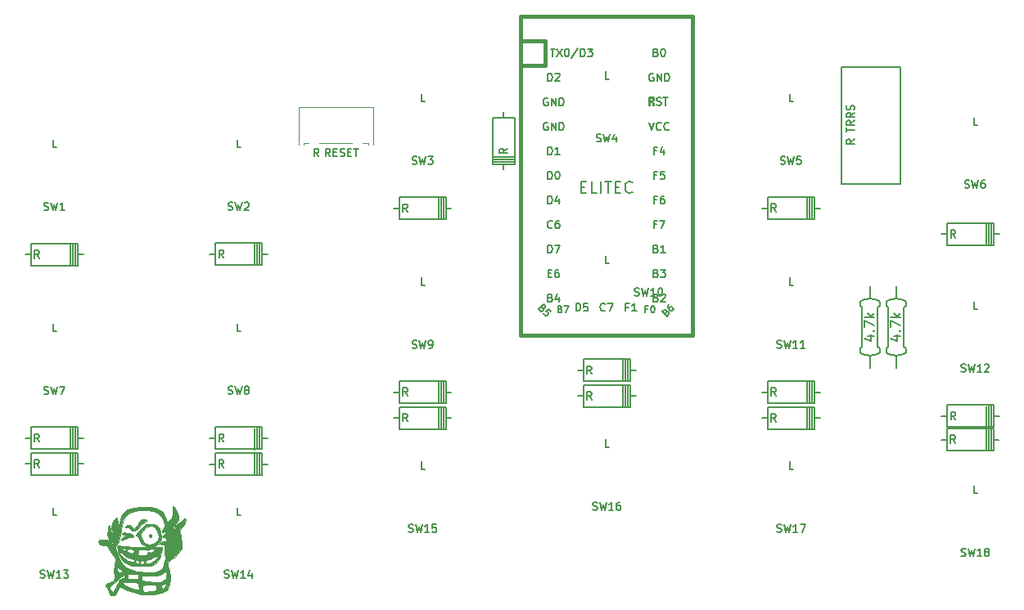
<source format=gbr>
G04 #@! TF.GenerationSoftware,KiCad,Pcbnew,(5.1.0)-1*
G04 #@! TF.CreationDate,2020-10-31T22:30:08+11:00*
G04 #@! TF.ProjectId,oddball,6f646462-616c-46c2-9e6b-696361645f70,rev?*
G04 #@! TF.SameCoordinates,Original*
G04 #@! TF.FileFunction,Legend,Top*
G04 #@! TF.FilePolarity,Positive*
%FSLAX46Y46*%
G04 Gerber Fmt 4.6, Leading zero omitted, Abs format (unit mm)*
G04 Created by KiCad (PCBNEW (5.1.0)-1) date 2020-10-31 22:30:08*
%MOMM*%
%LPD*%
G04 APERTURE LIST*
%ADD10C,0.150000*%
%ADD11C,0.120000*%
%ADD12C,0.203200*%
%ADD13C,0.010000*%
%ADD14C,0.381000*%
%ADD15C,0.200000*%
G04 APERTURE END LIST*
D10*
X168016000Y-60198000D02*
X168016000Y-72298000D01*
X168016000Y-60198000D02*
X161916000Y-60198000D01*
X161916000Y-60198000D02*
X161916000Y-72298000D01*
X168016000Y-72298000D02*
X161916000Y-72298000D01*
X167600000Y-84100000D02*
X167600000Y-82900000D01*
X167600000Y-91300000D02*
X167600000Y-90100000D01*
X166600000Y-89300000D02*
X166800000Y-89100000D01*
X166600000Y-89700000D02*
X166600000Y-89300000D01*
X166800000Y-89900000D02*
X166600000Y-89700000D01*
X167600000Y-90100000D02*
X166800000Y-89900000D01*
X168400000Y-89900000D02*
X167600000Y-90100000D01*
X168600000Y-89700000D02*
X168400000Y-89900000D01*
X168600000Y-89300000D02*
X168600000Y-89700000D01*
X168400000Y-89100000D02*
X168600000Y-89300000D01*
X168400000Y-85100000D02*
X168400000Y-89100000D01*
X168600000Y-84900000D02*
X168400000Y-85100000D01*
X168600000Y-84500000D02*
X168600000Y-84900000D01*
X168400000Y-84300000D02*
X168600000Y-84500000D01*
X167600000Y-84100000D02*
X168400000Y-84300000D01*
X166800000Y-84300000D02*
X167600000Y-84100000D01*
X166600000Y-84500000D02*
X166800000Y-84300000D01*
X166600000Y-84900000D02*
X166600000Y-84500000D01*
X166800000Y-85100000D02*
X166600000Y-84900000D01*
X166800000Y-89100000D02*
X166800000Y-85100000D01*
X164900000Y-90100000D02*
X164900000Y-91300000D01*
X164900000Y-82900000D02*
X164900000Y-84100000D01*
X165900000Y-84900000D02*
X165700000Y-85100000D01*
X165900000Y-84500000D02*
X165900000Y-84900000D01*
X165700000Y-84300000D02*
X165900000Y-84500000D01*
X164900000Y-84100000D02*
X165700000Y-84300000D01*
X164100000Y-84300000D02*
X164900000Y-84100000D01*
X163900000Y-84500000D02*
X164100000Y-84300000D01*
X163900000Y-84900000D02*
X163900000Y-84500000D01*
X164100000Y-85100000D02*
X163900000Y-84900000D01*
X164100000Y-89100000D02*
X164100000Y-85100000D01*
X163900000Y-89300000D02*
X164100000Y-89100000D01*
X163900000Y-89700000D02*
X163900000Y-89300000D01*
X164100000Y-89900000D02*
X163900000Y-89700000D01*
X164900000Y-90100000D02*
X164100000Y-89900000D01*
X165700000Y-89900000D02*
X164900000Y-90100000D01*
X165900000Y-89700000D02*
X165700000Y-89900000D01*
X165900000Y-89300000D02*
X165900000Y-89700000D01*
X165700000Y-89100000D02*
X165900000Y-89300000D01*
X165700000Y-85100000D02*
X165700000Y-89100000D01*
D11*
X112973903Y-68026000D02*
X112973903Y-68256000D01*
X113493903Y-64356000D02*
X105773903Y-64356000D01*
X105773903Y-64356000D02*
X105773903Y-68256000D01*
X113493903Y-64356000D02*
X113493903Y-68256000D01*
X106293903Y-68026000D02*
X106293903Y-68256000D01*
X106833903Y-68026000D02*
X106293903Y-68026000D01*
X112973903Y-68026000D02*
X112433903Y-68026000D01*
X111333903Y-68026000D02*
X107933903Y-68026000D01*
D12*
X177683000Y-77470000D02*
X178254500Y-77470000D01*
X172857000Y-77470000D02*
X172285500Y-77470000D01*
X172857000Y-78613000D02*
X177683000Y-78613000D01*
X177683000Y-76327000D02*
X172857000Y-76327000D01*
X177683000Y-78613000D02*
X177683000Y-76327000D01*
X172857000Y-76327000D02*
X172857000Y-78613000D01*
D10*
X177170000Y-78570000D02*
X177170000Y-76370000D01*
X176920000Y-76420000D02*
X176920000Y-78620000D01*
X177420000Y-78570000D02*
X177420000Y-76370000D01*
D12*
X140083000Y-91570000D02*
X140654500Y-91570000D01*
X135257000Y-91570000D02*
X134685500Y-91570000D01*
X135257000Y-92713000D02*
X140083000Y-92713000D01*
X140083000Y-90427000D02*
X135257000Y-90427000D01*
X140083000Y-92713000D02*
X140083000Y-90427000D01*
X135257000Y-90427000D02*
X135257000Y-92713000D01*
D10*
X139570000Y-92670000D02*
X139570000Y-90470000D01*
X139320000Y-90520000D02*
X139320000Y-92720000D01*
X139820000Y-92670000D02*
X139820000Y-90470000D01*
D12*
X159133000Y-93840000D02*
X159704500Y-93840000D01*
X154307000Y-93840000D02*
X153735500Y-93840000D01*
X154307000Y-94983000D02*
X159133000Y-94983000D01*
X159133000Y-92697000D02*
X154307000Y-92697000D01*
X159133000Y-94983000D02*
X159133000Y-92697000D01*
X154307000Y-92697000D02*
X154307000Y-94983000D01*
D10*
X158620000Y-94940000D02*
X158620000Y-92740000D01*
X158370000Y-92790000D02*
X158370000Y-94990000D01*
X158870000Y-94940000D02*
X158870000Y-92740000D01*
D12*
X177683000Y-96320000D02*
X178254500Y-96320000D01*
X172857000Y-96320000D02*
X172285500Y-96320000D01*
X172857000Y-97463000D02*
X177683000Y-97463000D01*
X177683000Y-95177000D02*
X172857000Y-95177000D01*
X177683000Y-97463000D02*
X177683000Y-95177000D01*
X172857000Y-95177000D02*
X172857000Y-97463000D01*
D10*
X177170000Y-97420000D02*
X177170000Y-95220000D01*
X176920000Y-95270000D02*
X176920000Y-97470000D01*
X177420000Y-97420000D02*
X177420000Y-95220000D01*
D12*
X121023000Y-93830000D02*
X121594500Y-93830000D01*
X116197000Y-93830000D02*
X115625500Y-93830000D01*
X116197000Y-94973000D02*
X121023000Y-94973000D01*
X121023000Y-92687000D02*
X116197000Y-92687000D01*
X121023000Y-94973000D02*
X121023000Y-92687000D01*
X116197000Y-92687000D02*
X116197000Y-94973000D01*
D10*
X120510000Y-94930000D02*
X120510000Y-92730000D01*
X120260000Y-92780000D02*
X120260000Y-94980000D01*
X120760000Y-94930000D02*
X120760000Y-92730000D01*
D12*
X121023000Y-74800000D02*
X121594500Y-74800000D01*
X116197000Y-74800000D02*
X115625500Y-74800000D01*
X116197000Y-75943000D02*
X121023000Y-75943000D01*
X121023000Y-73657000D02*
X116197000Y-73657000D01*
X121023000Y-75943000D02*
X121023000Y-73657000D01*
X116197000Y-73657000D02*
X116197000Y-75943000D01*
D10*
X120510000Y-75900000D02*
X120510000Y-73700000D01*
X120260000Y-73750000D02*
X120260000Y-75950000D01*
X120760000Y-75900000D02*
X120760000Y-73700000D01*
D12*
X82933000Y-98600000D02*
X83504500Y-98600000D01*
X78107000Y-98600000D02*
X77535500Y-98600000D01*
X78107000Y-99743000D02*
X82933000Y-99743000D01*
X82933000Y-97457000D02*
X78107000Y-97457000D01*
X82933000Y-99743000D02*
X82933000Y-97457000D01*
X78107000Y-97457000D02*
X78107000Y-99743000D01*
D10*
X82420000Y-99700000D02*
X82420000Y-97500000D01*
X82170000Y-97550000D02*
X82170000Y-99750000D01*
X82670000Y-99700000D02*
X82670000Y-97500000D01*
D12*
X102003000Y-98610000D02*
X102574500Y-98610000D01*
X97177000Y-98610000D02*
X96605500Y-98610000D01*
X97177000Y-99753000D02*
X102003000Y-99753000D01*
X102003000Y-97467000D02*
X97177000Y-97467000D01*
X102003000Y-99753000D02*
X102003000Y-97467000D01*
X97177000Y-97467000D02*
X97177000Y-99753000D01*
D10*
X101490000Y-99710000D02*
X101490000Y-97510000D01*
X101240000Y-97560000D02*
X101240000Y-99760000D01*
X101740000Y-99710000D02*
X101740000Y-97510000D01*
D12*
X82933000Y-79590000D02*
X83504500Y-79590000D01*
X78107000Y-79590000D02*
X77535500Y-79590000D01*
X78107000Y-80733000D02*
X82933000Y-80733000D01*
X82933000Y-78447000D02*
X78107000Y-78447000D01*
X82933000Y-80733000D02*
X82933000Y-78447000D01*
X78107000Y-78447000D02*
X78107000Y-80733000D01*
D10*
X82420000Y-80690000D02*
X82420000Y-78490000D01*
X82170000Y-78540000D02*
X82170000Y-80740000D01*
X82670000Y-80690000D02*
X82670000Y-78490000D01*
D12*
X159133000Y-74790000D02*
X159704500Y-74790000D01*
X154307000Y-74790000D02*
X153735500Y-74790000D01*
X154307000Y-75933000D02*
X159133000Y-75933000D01*
X159133000Y-73647000D02*
X154307000Y-73647000D01*
X159133000Y-75933000D02*
X159133000Y-73647000D01*
X154307000Y-73647000D02*
X154307000Y-75933000D01*
D10*
X158620000Y-75890000D02*
X158620000Y-73690000D01*
X158370000Y-73740000D02*
X158370000Y-75940000D01*
X158870000Y-75890000D02*
X158870000Y-73690000D01*
D12*
X127000000Y-70223000D02*
X127000000Y-70794500D01*
X127000000Y-65397000D02*
X127000000Y-64825500D01*
X125857000Y-65397000D02*
X125857000Y-70223000D01*
X128143000Y-70223000D02*
X128143000Y-65397000D01*
X125857000Y-70223000D02*
X128143000Y-70223000D01*
X128143000Y-65397000D02*
X125857000Y-65397000D01*
D10*
X125900000Y-69710000D02*
X128100000Y-69710000D01*
X128050000Y-69460000D02*
X125850000Y-69460000D01*
X125900000Y-69960000D02*
X128100000Y-69960000D01*
D12*
X102003000Y-79550000D02*
X102574500Y-79550000D01*
X97177000Y-79550000D02*
X96605500Y-79550000D01*
X97177000Y-80693000D02*
X102003000Y-80693000D01*
X102003000Y-78407000D02*
X97177000Y-78407000D01*
X102003000Y-80693000D02*
X102003000Y-78407000D01*
X97177000Y-78407000D02*
X97177000Y-80693000D01*
D10*
X101490000Y-80650000D02*
X101490000Y-78450000D01*
X101240000Y-78500000D02*
X101240000Y-80700000D01*
X101740000Y-80650000D02*
X101740000Y-78450000D01*
D12*
X102003000Y-101280000D02*
X102574500Y-101280000D01*
X97177000Y-101280000D02*
X96605500Y-101280000D01*
X97177000Y-102423000D02*
X102003000Y-102423000D01*
X102003000Y-100137000D02*
X97177000Y-100137000D01*
X102003000Y-102423000D02*
X102003000Y-100137000D01*
X97177000Y-100137000D02*
X97177000Y-102423000D01*
D10*
X101490000Y-102380000D02*
X101490000Y-100180000D01*
X101240000Y-100230000D02*
X101240000Y-102430000D01*
X101740000Y-102380000D02*
X101740000Y-100180000D01*
D12*
X82933000Y-101270000D02*
X83504500Y-101270000D01*
X78107000Y-101270000D02*
X77535500Y-101270000D01*
X78107000Y-102413000D02*
X82933000Y-102413000D01*
X82933000Y-100127000D02*
X78107000Y-100127000D01*
X82933000Y-102413000D02*
X82933000Y-100127000D01*
X78107000Y-100127000D02*
X78107000Y-102413000D01*
D10*
X82420000Y-102370000D02*
X82420000Y-100170000D01*
X82170000Y-100220000D02*
X82170000Y-102420000D01*
X82670000Y-102370000D02*
X82670000Y-100170000D01*
D12*
X121023000Y-96510000D02*
X121594500Y-96510000D01*
X116197000Y-96510000D02*
X115625500Y-96510000D01*
X116197000Y-97653000D02*
X121023000Y-97653000D01*
X121023000Y-95367000D02*
X116197000Y-95367000D01*
X121023000Y-97653000D02*
X121023000Y-95367000D01*
X116197000Y-95367000D02*
X116197000Y-97653000D01*
D10*
X120510000Y-97610000D02*
X120510000Y-95410000D01*
X120260000Y-95460000D02*
X120260000Y-97660000D01*
X120760000Y-97610000D02*
X120760000Y-95410000D01*
D12*
X140083000Y-94230000D02*
X140654500Y-94230000D01*
X135257000Y-94230000D02*
X134685500Y-94230000D01*
X135257000Y-95373000D02*
X140083000Y-95373000D01*
X140083000Y-93087000D02*
X135257000Y-93087000D01*
X140083000Y-95373000D02*
X140083000Y-93087000D01*
X135257000Y-93087000D02*
X135257000Y-95373000D01*
D10*
X139570000Y-95330000D02*
X139570000Y-93130000D01*
X139320000Y-93180000D02*
X139320000Y-95380000D01*
X139820000Y-95330000D02*
X139820000Y-93130000D01*
D12*
X159133000Y-96520000D02*
X159704500Y-96520000D01*
X154307000Y-96520000D02*
X153735500Y-96520000D01*
X154307000Y-97663000D02*
X159133000Y-97663000D01*
X159133000Y-95377000D02*
X154307000Y-95377000D01*
X159133000Y-97663000D02*
X159133000Y-95377000D01*
X154307000Y-95377000D02*
X154307000Y-97663000D01*
D10*
X158620000Y-97620000D02*
X158620000Y-95420000D01*
X158370000Y-95470000D02*
X158370000Y-97670000D01*
X158870000Y-97620000D02*
X158870000Y-95420000D01*
D12*
X177663000Y-98750000D02*
X178234500Y-98750000D01*
X172837000Y-98750000D02*
X172265500Y-98750000D01*
X172837000Y-99893000D02*
X177663000Y-99893000D01*
X177663000Y-97607000D02*
X172837000Y-97607000D01*
X177663000Y-99893000D02*
X177663000Y-97607000D01*
X172837000Y-97607000D02*
X172837000Y-99893000D01*
D10*
X177150000Y-99850000D02*
X177150000Y-97650000D01*
X176900000Y-97700000D02*
X176900000Y-99900000D01*
X177400000Y-99850000D02*
X177400000Y-97650000D01*
D13*
G36*
X90572749Y-108611722D02*
G01*
X90584572Y-108694768D01*
X90532778Y-108815471D01*
X90420210Y-108857726D01*
X90311088Y-108807550D01*
X90283492Y-108760325D01*
X90291951Y-108624133D01*
X90338140Y-108574713D01*
X90487008Y-108531305D01*
X90572749Y-108611722D01*
X90572749Y-108611722D01*
G37*
X90572749Y-108611722D02*
X90584572Y-108694768D01*
X90532778Y-108815471D01*
X90420210Y-108857726D01*
X90311088Y-108807550D01*
X90283492Y-108760325D01*
X90291951Y-108624133D01*
X90338140Y-108574713D01*
X90487008Y-108531305D01*
X90572749Y-108611722D01*
G36*
X89994666Y-107009863D02*
G01*
X90035316Y-107086826D01*
X89940929Y-107215520D01*
X89711377Y-107396292D01*
X89651251Y-107437374D01*
X89443867Y-107606434D01*
X89270341Y-107797328D01*
X89235032Y-107849156D01*
X89116966Y-107991633D01*
X88994230Y-108068552D01*
X88903707Y-108064397D01*
X88879143Y-107998844D01*
X88921248Y-107880146D01*
X89029795Y-107690939D01*
X89178129Y-107472071D01*
X89339599Y-107264388D01*
X89410945Y-107183857D01*
X89646759Y-107016514D01*
X89819106Y-106984286D01*
X89994666Y-107009863D01*
X89994666Y-107009863D01*
G37*
X89994666Y-107009863D02*
X90035316Y-107086826D01*
X89940929Y-107215520D01*
X89711377Y-107396292D01*
X89651251Y-107437374D01*
X89443867Y-107606434D01*
X89270341Y-107797328D01*
X89235032Y-107849156D01*
X89116966Y-107991633D01*
X88994230Y-108068552D01*
X88903707Y-108064397D01*
X88879143Y-107998844D01*
X88921248Y-107880146D01*
X89029795Y-107690939D01*
X89178129Y-107472071D01*
X89339599Y-107264388D01*
X89410945Y-107183857D01*
X89646759Y-107016514D01*
X89819106Y-106984286D01*
X89994666Y-107009863D01*
G36*
X88341001Y-107602472D02*
G01*
X88564953Y-107765470D01*
X88643286Y-107851570D01*
X88777982Y-108021239D01*
X88863363Y-108143059D01*
X88879143Y-108176834D01*
X88819940Y-108212050D01*
X88668060Y-108188968D01*
X88539173Y-108144922D01*
X88377451Y-108029697D01*
X88296892Y-107924576D01*
X88179278Y-107806198D01*
X88038148Y-107801562D01*
X87893333Y-107806870D01*
X87876546Y-107744203D01*
X87950229Y-107651943D01*
X88129247Y-107562658D01*
X88341001Y-107602472D01*
X88341001Y-107602472D01*
G37*
X88341001Y-107602472D02*
X88564953Y-107765470D01*
X88643286Y-107851570D01*
X88777982Y-108021239D01*
X88863363Y-108143059D01*
X88879143Y-108176834D01*
X88819940Y-108212050D01*
X88668060Y-108188968D01*
X88539173Y-108144922D01*
X88377451Y-108029697D01*
X88296892Y-107924576D01*
X88179278Y-107806198D01*
X88038148Y-107801562D01*
X87893333Y-107806870D01*
X87876546Y-107744203D01*
X87950229Y-107651943D01*
X88129247Y-107562658D01*
X88341001Y-107602472D01*
G36*
X88024018Y-108392292D02*
G01*
X88264241Y-108443777D01*
X88537901Y-108540040D01*
X88685605Y-108647997D01*
X88705963Y-108750348D01*
X88597583Y-108829791D01*
X88359072Y-108869026D01*
X88298572Y-108870510D01*
X88055864Y-108913792D01*
X87827746Y-109015699D01*
X87826857Y-109016286D01*
X87646078Y-109126146D01*
X87541717Y-109153845D01*
X87475927Y-109106713D01*
X87462747Y-109086830D01*
X87476528Y-108990447D01*
X87584505Y-108875857D01*
X87744856Y-108775497D01*
X87915756Y-108721807D01*
X87935714Y-108719996D01*
X88047139Y-108708173D01*
X88020020Y-108689512D01*
X87972000Y-108678471D01*
X87776776Y-108637045D01*
X87663572Y-108612935D01*
X87536008Y-108545137D01*
X87500286Y-108470618D01*
X87564733Y-108390701D01*
X87745564Y-108364373D01*
X88024018Y-108392292D01*
X88024018Y-108392292D01*
G37*
X88024018Y-108392292D02*
X88264241Y-108443777D01*
X88537901Y-108540040D01*
X88685605Y-108647997D01*
X88705963Y-108750348D01*
X88597583Y-108829791D01*
X88359072Y-108869026D01*
X88298572Y-108870510D01*
X88055864Y-108913792D01*
X87827746Y-109015699D01*
X87826857Y-109016286D01*
X87646078Y-109126146D01*
X87541717Y-109153845D01*
X87475927Y-109106713D01*
X87462747Y-109086830D01*
X87476528Y-108990447D01*
X87584505Y-108875857D01*
X87744856Y-108775497D01*
X87915756Y-108721807D01*
X87935714Y-108719996D01*
X88047139Y-108708173D01*
X88020020Y-108689512D01*
X87972000Y-108678471D01*
X87776776Y-108637045D01*
X87663572Y-108612935D01*
X87536008Y-108545137D01*
X87500286Y-108470618D01*
X87564733Y-108390701D01*
X87745564Y-108364373D01*
X88024018Y-108392292D01*
G36*
X90818963Y-107510991D02*
G01*
X91148846Y-107672983D01*
X91384756Y-107943990D01*
X91523956Y-108320997D01*
X91564286Y-108744951D01*
X91554973Y-109027837D01*
X91518278Y-109217325D01*
X91441068Y-109364460D01*
X91387156Y-109433371D01*
X91139105Y-109628248D01*
X90806154Y-109757265D01*
X90436229Y-109813072D01*
X90077256Y-109788319D01*
X89783180Y-109679369D01*
X89486961Y-109416150D01*
X89294823Y-109059476D01*
X89281017Y-109016286D01*
X89179802Y-108827144D01*
X89075920Y-108715725D01*
X89006437Y-108653679D01*
X89002012Y-108640259D01*
X89470857Y-108640259D01*
X89493380Y-108782686D01*
X89563306Y-108976312D01*
X89753292Y-109299467D01*
X90020742Y-109508260D01*
X90344723Y-109595028D01*
X90704303Y-109552106D01*
X90911060Y-109469745D01*
X91154589Y-109299746D01*
X91284019Y-109077652D01*
X91308361Y-108780196D01*
X91272394Y-108536836D01*
X91142399Y-108137042D01*
X90945959Y-107858385D01*
X90687743Y-107705971D01*
X90486254Y-107677013D01*
X90160389Y-107736999D01*
X89883520Y-107922418D01*
X89644193Y-108241459D01*
X89609386Y-108304024D01*
X89508008Y-108502842D01*
X89470857Y-108640259D01*
X89002012Y-108640259D01*
X88986021Y-108591772D01*
X89026922Y-108502962D01*
X89141394Y-108360208D01*
X89335037Y-108143816D01*
X89604711Y-107854712D01*
X89812656Y-107660508D01*
X89987706Y-107542679D01*
X90158693Y-107482701D01*
X90354453Y-107462051D01*
X90397849Y-107461029D01*
X90818963Y-107510991D01*
X90818963Y-107510991D01*
G37*
X90818963Y-107510991D02*
X91148846Y-107672983D01*
X91384756Y-107943990D01*
X91523956Y-108320997D01*
X91564286Y-108744951D01*
X91554973Y-109027837D01*
X91518278Y-109217325D01*
X91441068Y-109364460D01*
X91387156Y-109433371D01*
X91139105Y-109628248D01*
X90806154Y-109757265D01*
X90436229Y-109813072D01*
X90077256Y-109788319D01*
X89783180Y-109679369D01*
X89486961Y-109416150D01*
X89294823Y-109059476D01*
X89281017Y-109016286D01*
X89179802Y-108827144D01*
X89075920Y-108715725D01*
X89006437Y-108653679D01*
X89002012Y-108640259D01*
X89470857Y-108640259D01*
X89493380Y-108782686D01*
X89563306Y-108976312D01*
X89753292Y-109299467D01*
X90020742Y-109508260D01*
X90344723Y-109595028D01*
X90704303Y-109552106D01*
X90911060Y-109469745D01*
X91154589Y-109299746D01*
X91284019Y-109077652D01*
X91308361Y-108780196D01*
X91272394Y-108536836D01*
X91142399Y-108137042D01*
X90945959Y-107858385D01*
X90687743Y-107705971D01*
X90486254Y-107677013D01*
X90160389Y-107736999D01*
X89883520Y-107922418D01*
X89644193Y-108241459D01*
X89609386Y-108304024D01*
X89508008Y-108502842D01*
X89470857Y-108640259D01*
X89002012Y-108640259D01*
X88986021Y-108591772D01*
X89026922Y-108502962D01*
X89141394Y-108360208D01*
X89335037Y-108143816D01*
X89604711Y-107854712D01*
X89812656Y-107660508D01*
X89987706Y-107542679D01*
X90158693Y-107482701D01*
X90354453Y-107462051D01*
X90397849Y-107461029D01*
X90818963Y-107510991D01*
G36*
X87482567Y-109745205D02*
G01*
X87633208Y-109780006D01*
X87842375Y-109807055D01*
X88126646Y-109827147D01*
X88502597Y-109841077D01*
X88986805Y-109849639D01*
X89595847Y-109853630D01*
X89750000Y-109853977D01*
X91673143Y-109857096D01*
X91663813Y-110077233D01*
X91613343Y-110420971D01*
X91502425Y-110792200D01*
X91352318Y-111132419D01*
X91192665Y-111373751D01*
X90984788Y-111560411D01*
X90723511Y-111694712D01*
X90386701Y-111782396D01*
X89952221Y-111829205D01*
X89397937Y-111840881D01*
X89392114Y-111840842D01*
X89034743Y-111832022D01*
X88710975Y-111812519D01*
X88460127Y-111785375D01*
X88334857Y-111759010D01*
X87916948Y-111537392D01*
X87567793Y-111192158D01*
X87293209Y-110730478D01*
X87219545Y-110525558D01*
X87282572Y-110525558D01*
X87339575Y-110634368D01*
X87488630Y-110790092D01*
X87696808Y-110965848D01*
X87931180Y-111134754D01*
X88158814Y-111269927D01*
X88242863Y-111309488D01*
X88529644Y-111404058D01*
X88713596Y-111400076D01*
X88773526Y-111327704D01*
X88879143Y-111327704D01*
X88926708Y-111470026D01*
X89081926Y-111539483D01*
X89192619Y-111550557D01*
X89291505Y-111515330D01*
X89300983Y-111399048D01*
X89387143Y-111399048D01*
X89421885Y-111555859D01*
X89546469Y-111621758D01*
X89653238Y-111628857D01*
X89783039Y-111595722D01*
X89822218Y-111470116D01*
X89822572Y-111447429D01*
X89822049Y-111444534D01*
X89913931Y-111444534D01*
X89927125Y-111476750D01*
X90036793Y-111537253D01*
X90220802Y-111553788D01*
X90415810Y-111528318D01*
X90558472Y-111462806D01*
X90564630Y-111457003D01*
X90717793Y-111351310D01*
X90814243Y-111310008D01*
X90979050Y-111221824D01*
X91112377Y-111092361D01*
X91176751Y-110964236D01*
X91167969Y-110907716D01*
X91048836Y-110835050D01*
X90873257Y-110866513D01*
X90680419Y-110993857D01*
X90486884Y-111117985D01*
X90288822Y-111179861D01*
X90087305Y-111234495D01*
X89950972Y-111332053D01*
X89913931Y-111444534D01*
X89822049Y-111444534D01*
X89799140Y-111317767D01*
X89699533Y-111270333D01*
X89604857Y-111266000D01*
X89442891Y-111290802D01*
X89388071Y-111378007D01*
X89387143Y-111399048D01*
X89300983Y-111399048D01*
X89301476Y-111393000D01*
X89234323Y-111268503D01*
X89109524Y-111201166D01*
X88977966Y-111198856D01*
X88890534Y-111269442D01*
X88879143Y-111327704D01*
X88773526Y-111327704D01*
X88799023Y-111296915D01*
X88806572Y-111227207D01*
X88741119Y-111156837D01*
X88572568Y-111096430D01*
X88501293Y-111082039D01*
X88099280Y-110941835D01*
X87701300Y-110658840D01*
X87632281Y-110594715D01*
X87589014Y-110565482D01*
X89175588Y-110565482D01*
X89236181Y-110690463D01*
X89390395Y-110746384D01*
X89624351Y-110758000D01*
X89859284Y-110742531D01*
X90039094Y-110702927D01*
X90098343Y-110670914D01*
X90174542Y-110525815D01*
X90185429Y-110450647D01*
X90205869Y-110360738D01*
X90293019Y-110376093D01*
X90333313Y-110396610D01*
X90509711Y-110437076D01*
X90676965Y-110395405D01*
X90795544Y-110296393D01*
X90825922Y-110164839D01*
X90801192Y-110103087D01*
X90709249Y-110071670D01*
X90540055Y-110079368D01*
X90353033Y-110116442D01*
X90207605Y-110173152D01*
X90168397Y-110206794D01*
X90121909Y-110238985D01*
X90113969Y-110192109D01*
X90069826Y-110138876D01*
X89924867Y-110115840D01*
X89659286Y-110119537D01*
X89411285Y-110135065D01*
X89273091Y-110162871D01*
X89209438Y-110219757D01*
X89185059Y-110322524D01*
X89182160Y-110346845D01*
X89175588Y-110565482D01*
X87589014Y-110565482D01*
X87494512Y-110501634D01*
X87362661Y-110467629D01*
X87286902Y-110502622D01*
X87282572Y-110525558D01*
X87219545Y-110525558D01*
X87128057Y-110271061D01*
X87122298Y-110247178D01*
X88021767Y-110247178D01*
X88033327Y-110283151D01*
X88150999Y-110419622D01*
X88343361Y-110504359D01*
X88550627Y-110522543D01*
X88713014Y-110459361D01*
X88719486Y-110453200D01*
X88814595Y-110301904D01*
X88770497Y-110182938D01*
X88590515Y-110101223D01*
X88466015Y-110077907D01*
X88191358Y-110065579D01*
X88043695Y-110121803D01*
X88021767Y-110247178D01*
X87122298Y-110247178D01*
X87076552Y-110057477D01*
X87572857Y-110057477D01*
X87625370Y-110176431D01*
X87663572Y-110201938D01*
X87840460Y-110242161D01*
X87921712Y-110187338D01*
X87922152Y-110123000D01*
X87854315Y-110023440D01*
X87735064Y-109972443D01*
X87622038Y-109980820D01*
X87572857Y-110057477D01*
X87076552Y-110057477D01*
X87054232Y-109964920D01*
X87045736Y-109776964D01*
X87113652Y-109690754D01*
X87269063Y-109689851D01*
X87482567Y-109745205D01*
X87482567Y-109745205D01*
G37*
X87482567Y-109745205D02*
X87633208Y-109780006D01*
X87842375Y-109807055D01*
X88126646Y-109827147D01*
X88502597Y-109841077D01*
X88986805Y-109849639D01*
X89595847Y-109853630D01*
X89750000Y-109853977D01*
X91673143Y-109857096D01*
X91663813Y-110077233D01*
X91613343Y-110420971D01*
X91502425Y-110792200D01*
X91352318Y-111132419D01*
X91192665Y-111373751D01*
X90984788Y-111560411D01*
X90723511Y-111694712D01*
X90386701Y-111782396D01*
X89952221Y-111829205D01*
X89397937Y-111840881D01*
X89392114Y-111840842D01*
X89034743Y-111832022D01*
X88710975Y-111812519D01*
X88460127Y-111785375D01*
X88334857Y-111759010D01*
X87916948Y-111537392D01*
X87567793Y-111192158D01*
X87293209Y-110730478D01*
X87219545Y-110525558D01*
X87282572Y-110525558D01*
X87339575Y-110634368D01*
X87488630Y-110790092D01*
X87696808Y-110965848D01*
X87931180Y-111134754D01*
X88158814Y-111269927D01*
X88242863Y-111309488D01*
X88529644Y-111404058D01*
X88713596Y-111400076D01*
X88773526Y-111327704D01*
X88879143Y-111327704D01*
X88926708Y-111470026D01*
X89081926Y-111539483D01*
X89192619Y-111550557D01*
X89291505Y-111515330D01*
X89300983Y-111399048D01*
X89387143Y-111399048D01*
X89421885Y-111555859D01*
X89546469Y-111621758D01*
X89653238Y-111628857D01*
X89783039Y-111595722D01*
X89822218Y-111470116D01*
X89822572Y-111447429D01*
X89822049Y-111444534D01*
X89913931Y-111444534D01*
X89927125Y-111476750D01*
X90036793Y-111537253D01*
X90220802Y-111553788D01*
X90415810Y-111528318D01*
X90558472Y-111462806D01*
X90564630Y-111457003D01*
X90717793Y-111351310D01*
X90814243Y-111310008D01*
X90979050Y-111221824D01*
X91112377Y-111092361D01*
X91176751Y-110964236D01*
X91167969Y-110907716D01*
X91048836Y-110835050D01*
X90873257Y-110866513D01*
X90680419Y-110993857D01*
X90486884Y-111117985D01*
X90288822Y-111179861D01*
X90087305Y-111234495D01*
X89950972Y-111332053D01*
X89913931Y-111444534D01*
X89822049Y-111444534D01*
X89799140Y-111317767D01*
X89699533Y-111270333D01*
X89604857Y-111266000D01*
X89442891Y-111290802D01*
X89388071Y-111378007D01*
X89387143Y-111399048D01*
X89300983Y-111399048D01*
X89301476Y-111393000D01*
X89234323Y-111268503D01*
X89109524Y-111201166D01*
X88977966Y-111198856D01*
X88890534Y-111269442D01*
X88879143Y-111327704D01*
X88773526Y-111327704D01*
X88799023Y-111296915D01*
X88806572Y-111227207D01*
X88741119Y-111156837D01*
X88572568Y-111096430D01*
X88501293Y-111082039D01*
X88099280Y-110941835D01*
X87701300Y-110658840D01*
X87632281Y-110594715D01*
X87589014Y-110565482D01*
X89175588Y-110565482D01*
X89236181Y-110690463D01*
X89390395Y-110746384D01*
X89624351Y-110758000D01*
X89859284Y-110742531D01*
X90039094Y-110702927D01*
X90098343Y-110670914D01*
X90174542Y-110525815D01*
X90185429Y-110450647D01*
X90205869Y-110360738D01*
X90293019Y-110376093D01*
X90333313Y-110396610D01*
X90509711Y-110437076D01*
X90676965Y-110395405D01*
X90795544Y-110296393D01*
X90825922Y-110164839D01*
X90801192Y-110103087D01*
X90709249Y-110071670D01*
X90540055Y-110079368D01*
X90353033Y-110116442D01*
X90207605Y-110173152D01*
X90168397Y-110206794D01*
X90121909Y-110238985D01*
X90113969Y-110192109D01*
X90069826Y-110138876D01*
X89924867Y-110115840D01*
X89659286Y-110119537D01*
X89411285Y-110135065D01*
X89273091Y-110162871D01*
X89209438Y-110219757D01*
X89185059Y-110322524D01*
X89182160Y-110346845D01*
X89175588Y-110565482D01*
X87589014Y-110565482D01*
X87494512Y-110501634D01*
X87362661Y-110467629D01*
X87286902Y-110502622D01*
X87282572Y-110525558D01*
X87219545Y-110525558D01*
X87128057Y-110271061D01*
X87122298Y-110247178D01*
X88021767Y-110247178D01*
X88033327Y-110283151D01*
X88150999Y-110419622D01*
X88343361Y-110504359D01*
X88550627Y-110522543D01*
X88713014Y-110459361D01*
X88719486Y-110453200D01*
X88814595Y-110301904D01*
X88770497Y-110182938D01*
X88590515Y-110101223D01*
X88466015Y-110077907D01*
X88191358Y-110065579D01*
X88043695Y-110121803D01*
X88021767Y-110247178D01*
X87122298Y-110247178D01*
X87076552Y-110057477D01*
X87572857Y-110057477D01*
X87625370Y-110176431D01*
X87663572Y-110201938D01*
X87840460Y-110242161D01*
X87921712Y-110187338D01*
X87922152Y-110123000D01*
X87854315Y-110023440D01*
X87735064Y-109972443D01*
X87622038Y-109980820D01*
X87572857Y-110057477D01*
X87076552Y-110057477D01*
X87054232Y-109964920D01*
X87045736Y-109776964D01*
X87113652Y-109690754D01*
X87269063Y-109689851D01*
X87482567Y-109745205D01*
G36*
X92907482Y-105742869D02*
G01*
X93045613Y-105914214D01*
X93178451Y-106157144D01*
X93286904Y-106436769D01*
X93351736Y-106717133D01*
X93367230Y-106923270D01*
X93328883Y-107074480D01*
X93214616Y-107237202D01*
X93156433Y-107304809D01*
X93008474Y-107499035D01*
X92931304Y-107690250D01*
X92898490Y-107947843D01*
X92896200Y-107987997D01*
X92887707Y-108203869D01*
X92894229Y-108287414D01*
X92918644Y-108250938D01*
X92941501Y-108181714D01*
X93003932Y-107958894D01*
X93046062Y-107782572D01*
X93143787Y-107612323D01*
X93354102Y-107432768D01*
X93400357Y-107402629D01*
X93613970Y-107256324D01*
X93793190Y-107112571D01*
X93849329Y-107057915D01*
X93990236Y-106933271D01*
X94073020Y-106940125D01*
X94103571Y-107079713D01*
X94104015Y-107111286D01*
X94043692Y-107372356D01*
X93876280Y-107669778D01*
X93633887Y-107956087D01*
X93495677Y-108141732D01*
X93488180Y-108275656D01*
X93541250Y-108459715D01*
X93595812Y-108734580D01*
X93646473Y-109058856D01*
X93687841Y-109391146D01*
X93714525Y-109690054D01*
X93721132Y-109914182D01*
X93712565Y-109998330D01*
X93629254Y-110159768D01*
X93460255Y-110376452D01*
X93236620Y-110617382D01*
X92989398Y-110851553D01*
X92749638Y-111047962D01*
X92548390Y-111175607D01*
X92521303Y-111187800D01*
X92338360Y-111332021D01*
X92267303Y-111567277D01*
X92307965Y-111894375D01*
X92347657Y-112028000D01*
X92435484Y-112393430D01*
X92480741Y-112806211D01*
X92485210Y-113230557D01*
X92450669Y-113630683D01*
X92378897Y-113970803D01*
X92271674Y-114215131D01*
X92236661Y-114260273D01*
X91968086Y-114464024D01*
X91579456Y-114624357D01*
X91091444Y-114733376D01*
X90947429Y-114752742D01*
X90567630Y-114789604D01*
X90199372Y-114811745D01*
X89869999Y-114819078D01*
X89606856Y-114811516D01*
X89437286Y-114788974D01*
X89387143Y-114757669D01*
X89322517Y-114709819D01*
X89158790Y-114662206D01*
X89057800Y-114643949D01*
X88619670Y-114545710D01*
X88142039Y-114386478D01*
X87701248Y-114192714D01*
X87599478Y-114138483D01*
X87284611Y-113962500D01*
X87047734Y-114410393D01*
X86915948Y-114648114D01*
X86814139Y-114785148D01*
X86709602Y-114851721D01*
X86569634Y-114878056D01*
X86538714Y-114880810D01*
X86340667Y-114876949D01*
X86267451Y-114819631D01*
X86266514Y-114808238D01*
X86237015Y-114698308D01*
X86159656Y-114500714D01*
X86051055Y-114257827D01*
X86048800Y-114253056D01*
X85940403Y-114015530D01*
X85930478Y-113991743D01*
X86237865Y-113991743D01*
X86268555Y-114150847D01*
X86394235Y-114368429D01*
X86505522Y-114503896D01*
X86603866Y-114509921D01*
X86719812Y-114404715D01*
X86804164Y-114274312D01*
X86915464Y-114056173D01*
X87026019Y-113806000D01*
X87171532Y-113506103D01*
X87553441Y-113506103D01*
X87556159Y-113588519D01*
X87669545Y-113703482D01*
X87866676Y-113837333D01*
X88120628Y-113976416D01*
X88404476Y-114107071D01*
X88691297Y-114215642D01*
X88954166Y-114288470D01*
X89142371Y-114312127D01*
X89234054Y-114299655D01*
X89272594Y-114234613D01*
X89270650Y-114080018D01*
X89261798Y-113990375D01*
X89619452Y-113990375D01*
X89641428Y-114159611D01*
X89670484Y-114314289D01*
X89705188Y-114421921D01*
X89768038Y-114487316D01*
X89881530Y-114515283D01*
X90068162Y-114510630D01*
X90350431Y-114478166D01*
X90750835Y-114422700D01*
X90824284Y-114412441D01*
X91018064Y-114378792D01*
X91104841Y-114324497D01*
X91121649Y-114211024D01*
X91114570Y-114110413D01*
X91077927Y-113925331D01*
X90982725Y-113829239D01*
X90879435Y-113791466D01*
X91584726Y-113791466D01*
X91585052Y-113891746D01*
X91608723Y-114010044D01*
X91652411Y-114160690D01*
X91717548Y-114194250D01*
X91788993Y-114165115D01*
X91937088Y-114039947D01*
X91998051Y-113954251D01*
X92067347Y-113781993D01*
X92029609Y-113702861D01*
X91875387Y-113702538D01*
X91836429Y-113709382D01*
X91657186Y-113745641D01*
X91584726Y-113791466D01*
X90879435Y-113791466D01*
X90874857Y-113789792D01*
X90649182Y-113761597D01*
X90338542Y-113768905D01*
X89997846Y-113808459D01*
X89761839Y-113855793D01*
X89652235Y-113900322D01*
X89619452Y-113990375D01*
X89261798Y-113990375D01*
X89259715Y-113969286D01*
X89234105Y-113762685D01*
X89210837Y-113626936D01*
X89202198Y-113600473D01*
X89114927Y-113574935D01*
X88919818Y-113549236D01*
X88653786Y-113525490D01*
X88353744Y-113505809D01*
X88056606Y-113492306D01*
X87799287Y-113487094D01*
X87618701Y-113492286D01*
X87553441Y-113506103D01*
X87171532Y-113506103D01*
X87208182Y-113430571D01*
X87392364Y-113193375D01*
X87465929Y-113152857D01*
X88153429Y-113152857D01*
X89251196Y-113152857D01*
X89228455Y-112917000D01*
X89223208Y-112862572D01*
X89523090Y-112862572D01*
X89545831Y-113098429D01*
X89567039Y-113230200D01*
X89622185Y-113309966D01*
X89746551Y-113362265D01*
X89975421Y-113411638D01*
X90004000Y-113417090D01*
X90297470Y-113458894D01*
X90661061Y-113491176D01*
X91019786Y-113507404D01*
X91045400Y-113507805D01*
X91344109Y-113509216D01*
X91538880Y-113496248D01*
X91670891Y-113457367D01*
X91781320Y-113381041D01*
X91898114Y-113268972D01*
X92057115Y-113085229D01*
X92128854Y-112910865D01*
X92144857Y-112688400D01*
X92136300Y-112491078D01*
X92114602Y-112371267D01*
X92100905Y-112354572D01*
X92022089Y-112397024D01*
X91882212Y-112502169D01*
X91844651Y-112533211D01*
X91644969Y-112670315D01*
X91407427Y-112765741D01*
X91104055Y-112825476D01*
X90706881Y-112855507D01*
X90307831Y-112862167D01*
X89523090Y-112862572D01*
X89223208Y-112862572D01*
X89205715Y-112681143D01*
X88153429Y-112638499D01*
X88153429Y-113152857D01*
X87465929Y-113152857D01*
X87584491Y-113087556D01*
X87653469Y-113080286D01*
X87768876Y-113025199D01*
X87790572Y-112935143D01*
X87764701Y-112817150D01*
X87728889Y-112790000D01*
X87617961Y-112835567D01*
X87444484Y-112950874D01*
X87249336Y-113103833D01*
X87073394Y-113262355D01*
X86957537Y-113394351D01*
X86955952Y-113396746D01*
X86823445Y-113534895D01*
X86619843Y-113683544D01*
X86518616Y-113742400D01*
X86318757Y-113867984D01*
X86237865Y-113991743D01*
X85930478Y-113991743D01*
X85862437Y-113828676D01*
X85831191Y-113731621D01*
X85831143Y-113730201D01*
X85894618Y-113677255D01*
X86051223Y-113626865D01*
X86090330Y-113618810D01*
X86332105Y-113534672D01*
X86551595Y-113400145D01*
X86552999Y-113398968D01*
X86650098Y-113311177D01*
X86708021Y-113224351D01*
X86734239Y-113102467D01*
X86736222Y-112909503D01*
X86721439Y-112609435D01*
X86720429Y-112591589D01*
X86710130Y-112247344D01*
X87032670Y-112247344D01*
X87061644Y-112382406D01*
X87117984Y-112492051D01*
X87203094Y-112518904D01*
X87369138Y-112478095D01*
X87379940Y-112474725D01*
X87633019Y-112395512D01*
X87367081Y-112164937D01*
X87206265Y-112031934D01*
X87118476Y-111987945D01*
X87070320Y-112023287D01*
X87048786Y-112072618D01*
X87032670Y-112247344D01*
X86710130Y-112247344D01*
X86709169Y-112215245D01*
X86727621Y-111942015D01*
X86779137Y-111732280D01*
X86797050Y-111686379D01*
X86857252Y-111416864D01*
X86837591Y-111136683D01*
X86746933Y-110899888D01*
X86650329Y-110792010D01*
X86565748Y-110692046D01*
X86441273Y-110500232D01*
X86301386Y-110254805D01*
X86277112Y-110209129D01*
X86099259Y-109870678D01*
X86819865Y-109870678D01*
X86837171Y-109996798D01*
X86894050Y-110186925D01*
X86995946Y-110469325D01*
X87067375Y-110658975D01*
X87248554Y-111103456D01*
X87421933Y-111436751D01*
X87611931Y-111689193D01*
X87842966Y-111891118D01*
X88139455Y-112072860D01*
X88253367Y-112132330D01*
X88591185Y-112276606D01*
X88967493Y-112379464D01*
X89411945Y-112446097D01*
X89954197Y-112481701D01*
X90294286Y-112489803D01*
X90642414Y-112487490D01*
X90896348Y-112464402D01*
X91106487Y-112412395D01*
X91322658Y-112323589D01*
X91543626Y-112203090D01*
X91712164Y-112079311D01*
X91771934Y-112010524D01*
X91827950Y-111860396D01*
X91883726Y-111637288D01*
X91933682Y-111377859D01*
X91972241Y-111118769D01*
X91993824Y-110896677D01*
X91992852Y-110748243D01*
X91970239Y-110707349D01*
X91927142Y-110649063D01*
X91909037Y-110452393D01*
X91913529Y-110163937D01*
X91936200Y-109606159D01*
X91659529Y-109583365D01*
X91382857Y-109560572D01*
X91550871Y-109392558D01*
X91713250Y-109274421D01*
X91892344Y-109263801D01*
X91937364Y-109272531D01*
X92087863Y-109294687D01*
X92138593Y-109245587D01*
X92132208Y-109114593D01*
X92067524Y-108939931D01*
X91963429Y-108885657D01*
X91750896Y-108841090D01*
X91675188Y-108782406D01*
X91728219Y-108687219D01*
X91851347Y-108575258D01*
X92002776Y-108431467D01*
X92046310Y-108336064D01*
X92014632Y-108276461D01*
X91942435Y-108225812D01*
X91927143Y-108276057D01*
X91866508Y-108346749D01*
X91782000Y-108363143D01*
X91664269Y-108322448D01*
X91636857Y-108265534D01*
X91686600Y-108147108D01*
X91782000Y-108036572D01*
X91883476Y-107907697D01*
X91919811Y-107742526D01*
X91892333Y-107508107D01*
X91815171Y-107214149D01*
X91661428Y-106832118D01*
X91444742Y-106537673D01*
X91150208Y-106322886D01*
X90762918Y-106179827D01*
X90267965Y-106100568D01*
X89677429Y-106077143D01*
X89211256Y-106086616D01*
X88857083Y-106120853D01*
X88582654Y-106188578D01*
X88355717Y-106298518D01*
X88144016Y-106459398D01*
X88092641Y-106505864D01*
X87894053Y-106719252D01*
X87735456Y-106964981D01*
X87608291Y-107266899D01*
X87504003Y-107648853D01*
X87414034Y-108134690D01*
X87352477Y-108568689D01*
X87284520Y-108993110D01*
X87207248Y-109299902D01*
X87123723Y-109479222D01*
X87054882Y-109524286D01*
X86976252Y-109578645D01*
X86882201Y-109697403D01*
X86836690Y-109780302D01*
X86819865Y-109870678D01*
X86099259Y-109870678D01*
X86012572Y-109705715D01*
X85651557Y-109682930D01*
X85362155Y-109644974D01*
X85191599Y-109565366D01*
X85115845Y-109427931D01*
X85105871Y-109315829D01*
X85115459Y-109209174D01*
X85166483Y-109149701D01*
X85293278Y-109120547D01*
X85530176Y-109104849D01*
X85536006Y-109104570D01*
X85791037Y-109100504D01*
X85960692Y-109130197D01*
X86103793Y-109210901D01*
X86216430Y-109304141D01*
X86407057Y-109460846D01*
X86514671Y-109518964D01*
X86555292Y-109486019D01*
X86556857Y-109463978D01*
X86499633Y-109390600D01*
X86364207Y-109300692D01*
X86162737Y-109135401D01*
X86049621Y-108892732D01*
X86020192Y-108556078D01*
X86054901Y-108200409D01*
X86107635Y-107913160D01*
X86163731Y-107702195D01*
X86215873Y-107584689D01*
X86256750Y-107577818D01*
X86277625Y-107677343D01*
X86295145Y-107832882D01*
X86305540Y-107891429D01*
X86325375Y-108024713D01*
X86330772Y-108085432D01*
X86379204Y-108210947D01*
X86487374Y-108376145D01*
X86618202Y-108533884D01*
X86734606Y-108637022D01*
X86777558Y-108653429D01*
X86776005Y-108608058D01*
X86693141Y-108495734D01*
X86663880Y-108463162D01*
X86488705Y-108175174D01*
X86427933Y-107840582D01*
X86478136Y-107497531D01*
X86635887Y-107184165D01*
X86794025Y-107014844D01*
X87028572Y-106816991D01*
X87064857Y-107390496D01*
X87084309Y-107664417D01*
X87101964Y-107807518D01*
X87122078Y-107833996D01*
X87148907Y-107758047D01*
X87160647Y-107710000D01*
X87336899Y-107090467D01*
X87546012Y-106605557D01*
X87793075Y-106247431D01*
X88083178Y-106008252D01*
X88334857Y-105901408D01*
X88859551Y-105785006D01*
X89410012Y-105721742D01*
X89959537Y-105709494D01*
X90481421Y-105746138D01*
X90948962Y-105829551D01*
X91335456Y-105957610D01*
X91614198Y-106128192D01*
X91652738Y-106165196D01*
X91805354Y-106363886D01*
X91954547Y-106620420D01*
X92074313Y-106882718D01*
X92138647Y-107098702D01*
X92143264Y-107147572D01*
X92172103Y-107256841D01*
X92259460Y-107245883D01*
X92412950Y-107112891D01*
X92448984Y-107075000D01*
X92654563Y-106821924D01*
X92759320Y-106585940D01*
X92782601Y-106307786D01*
X92766294Y-106102909D01*
X92750396Y-105873978D01*
X92759238Y-105720769D01*
X92783149Y-105678000D01*
X92907482Y-105742869D01*
X92907482Y-105742869D01*
G37*
X92907482Y-105742869D02*
X93045613Y-105914214D01*
X93178451Y-106157144D01*
X93286904Y-106436769D01*
X93351736Y-106717133D01*
X93367230Y-106923270D01*
X93328883Y-107074480D01*
X93214616Y-107237202D01*
X93156433Y-107304809D01*
X93008474Y-107499035D01*
X92931304Y-107690250D01*
X92898490Y-107947843D01*
X92896200Y-107987997D01*
X92887707Y-108203869D01*
X92894229Y-108287414D01*
X92918644Y-108250938D01*
X92941501Y-108181714D01*
X93003932Y-107958894D01*
X93046062Y-107782572D01*
X93143787Y-107612323D01*
X93354102Y-107432768D01*
X93400357Y-107402629D01*
X93613970Y-107256324D01*
X93793190Y-107112571D01*
X93849329Y-107057915D01*
X93990236Y-106933271D01*
X94073020Y-106940125D01*
X94103571Y-107079713D01*
X94104015Y-107111286D01*
X94043692Y-107372356D01*
X93876280Y-107669778D01*
X93633887Y-107956087D01*
X93495677Y-108141732D01*
X93488180Y-108275656D01*
X93541250Y-108459715D01*
X93595812Y-108734580D01*
X93646473Y-109058856D01*
X93687841Y-109391146D01*
X93714525Y-109690054D01*
X93721132Y-109914182D01*
X93712565Y-109998330D01*
X93629254Y-110159768D01*
X93460255Y-110376452D01*
X93236620Y-110617382D01*
X92989398Y-110851553D01*
X92749638Y-111047962D01*
X92548390Y-111175607D01*
X92521303Y-111187800D01*
X92338360Y-111332021D01*
X92267303Y-111567277D01*
X92307965Y-111894375D01*
X92347657Y-112028000D01*
X92435484Y-112393430D01*
X92480741Y-112806211D01*
X92485210Y-113230557D01*
X92450669Y-113630683D01*
X92378897Y-113970803D01*
X92271674Y-114215131D01*
X92236661Y-114260273D01*
X91968086Y-114464024D01*
X91579456Y-114624357D01*
X91091444Y-114733376D01*
X90947429Y-114752742D01*
X90567630Y-114789604D01*
X90199372Y-114811745D01*
X89869999Y-114819078D01*
X89606856Y-114811516D01*
X89437286Y-114788974D01*
X89387143Y-114757669D01*
X89322517Y-114709819D01*
X89158790Y-114662206D01*
X89057800Y-114643949D01*
X88619670Y-114545710D01*
X88142039Y-114386478D01*
X87701248Y-114192714D01*
X87599478Y-114138483D01*
X87284611Y-113962500D01*
X87047734Y-114410393D01*
X86915948Y-114648114D01*
X86814139Y-114785148D01*
X86709602Y-114851721D01*
X86569634Y-114878056D01*
X86538714Y-114880810D01*
X86340667Y-114876949D01*
X86267451Y-114819631D01*
X86266514Y-114808238D01*
X86237015Y-114698308D01*
X86159656Y-114500714D01*
X86051055Y-114257827D01*
X86048800Y-114253056D01*
X85940403Y-114015530D01*
X85930478Y-113991743D01*
X86237865Y-113991743D01*
X86268555Y-114150847D01*
X86394235Y-114368429D01*
X86505522Y-114503896D01*
X86603866Y-114509921D01*
X86719812Y-114404715D01*
X86804164Y-114274312D01*
X86915464Y-114056173D01*
X87026019Y-113806000D01*
X87171532Y-113506103D01*
X87553441Y-113506103D01*
X87556159Y-113588519D01*
X87669545Y-113703482D01*
X87866676Y-113837333D01*
X88120628Y-113976416D01*
X88404476Y-114107071D01*
X88691297Y-114215642D01*
X88954166Y-114288470D01*
X89142371Y-114312127D01*
X89234054Y-114299655D01*
X89272594Y-114234613D01*
X89270650Y-114080018D01*
X89261798Y-113990375D01*
X89619452Y-113990375D01*
X89641428Y-114159611D01*
X89670484Y-114314289D01*
X89705188Y-114421921D01*
X89768038Y-114487316D01*
X89881530Y-114515283D01*
X90068162Y-114510630D01*
X90350431Y-114478166D01*
X90750835Y-114422700D01*
X90824284Y-114412441D01*
X91018064Y-114378792D01*
X91104841Y-114324497D01*
X91121649Y-114211024D01*
X91114570Y-114110413D01*
X91077927Y-113925331D01*
X90982725Y-113829239D01*
X90879435Y-113791466D01*
X91584726Y-113791466D01*
X91585052Y-113891746D01*
X91608723Y-114010044D01*
X91652411Y-114160690D01*
X91717548Y-114194250D01*
X91788993Y-114165115D01*
X91937088Y-114039947D01*
X91998051Y-113954251D01*
X92067347Y-113781993D01*
X92029609Y-113702861D01*
X91875387Y-113702538D01*
X91836429Y-113709382D01*
X91657186Y-113745641D01*
X91584726Y-113791466D01*
X90879435Y-113791466D01*
X90874857Y-113789792D01*
X90649182Y-113761597D01*
X90338542Y-113768905D01*
X89997846Y-113808459D01*
X89761839Y-113855793D01*
X89652235Y-113900322D01*
X89619452Y-113990375D01*
X89261798Y-113990375D01*
X89259715Y-113969286D01*
X89234105Y-113762685D01*
X89210837Y-113626936D01*
X89202198Y-113600473D01*
X89114927Y-113574935D01*
X88919818Y-113549236D01*
X88653786Y-113525490D01*
X88353744Y-113505809D01*
X88056606Y-113492306D01*
X87799287Y-113487094D01*
X87618701Y-113492286D01*
X87553441Y-113506103D01*
X87171532Y-113506103D01*
X87208182Y-113430571D01*
X87392364Y-113193375D01*
X87465929Y-113152857D01*
X88153429Y-113152857D01*
X89251196Y-113152857D01*
X89228455Y-112917000D01*
X89223208Y-112862572D01*
X89523090Y-112862572D01*
X89545831Y-113098429D01*
X89567039Y-113230200D01*
X89622185Y-113309966D01*
X89746551Y-113362265D01*
X89975421Y-113411638D01*
X90004000Y-113417090D01*
X90297470Y-113458894D01*
X90661061Y-113491176D01*
X91019786Y-113507404D01*
X91045400Y-113507805D01*
X91344109Y-113509216D01*
X91538880Y-113496248D01*
X91670891Y-113457367D01*
X91781320Y-113381041D01*
X91898114Y-113268972D01*
X92057115Y-113085229D01*
X92128854Y-112910865D01*
X92144857Y-112688400D01*
X92136300Y-112491078D01*
X92114602Y-112371267D01*
X92100905Y-112354572D01*
X92022089Y-112397024D01*
X91882212Y-112502169D01*
X91844651Y-112533211D01*
X91644969Y-112670315D01*
X91407427Y-112765741D01*
X91104055Y-112825476D01*
X90706881Y-112855507D01*
X90307831Y-112862167D01*
X89523090Y-112862572D01*
X89223208Y-112862572D01*
X89205715Y-112681143D01*
X88153429Y-112638499D01*
X88153429Y-113152857D01*
X87465929Y-113152857D01*
X87584491Y-113087556D01*
X87653469Y-113080286D01*
X87768876Y-113025199D01*
X87790572Y-112935143D01*
X87764701Y-112817150D01*
X87728889Y-112790000D01*
X87617961Y-112835567D01*
X87444484Y-112950874D01*
X87249336Y-113103833D01*
X87073394Y-113262355D01*
X86957537Y-113394351D01*
X86955952Y-113396746D01*
X86823445Y-113534895D01*
X86619843Y-113683544D01*
X86518616Y-113742400D01*
X86318757Y-113867984D01*
X86237865Y-113991743D01*
X85930478Y-113991743D01*
X85862437Y-113828676D01*
X85831191Y-113731621D01*
X85831143Y-113730201D01*
X85894618Y-113677255D01*
X86051223Y-113626865D01*
X86090330Y-113618810D01*
X86332105Y-113534672D01*
X86551595Y-113400145D01*
X86552999Y-113398968D01*
X86650098Y-113311177D01*
X86708021Y-113224351D01*
X86734239Y-113102467D01*
X86736222Y-112909503D01*
X86721439Y-112609435D01*
X86720429Y-112591589D01*
X86710130Y-112247344D01*
X87032670Y-112247344D01*
X87061644Y-112382406D01*
X87117984Y-112492051D01*
X87203094Y-112518904D01*
X87369138Y-112478095D01*
X87379940Y-112474725D01*
X87633019Y-112395512D01*
X87367081Y-112164937D01*
X87206265Y-112031934D01*
X87118476Y-111987945D01*
X87070320Y-112023287D01*
X87048786Y-112072618D01*
X87032670Y-112247344D01*
X86710130Y-112247344D01*
X86709169Y-112215245D01*
X86727621Y-111942015D01*
X86779137Y-111732280D01*
X86797050Y-111686379D01*
X86857252Y-111416864D01*
X86837591Y-111136683D01*
X86746933Y-110899888D01*
X86650329Y-110792010D01*
X86565748Y-110692046D01*
X86441273Y-110500232D01*
X86301386Y-110254805D01*
X86277112Y-110209129D01*
X86099259Y-109870678D01*
X86819865Y-109870678D01*
X86837171Y-109996798D01*
X86894050Y-110186925D01*
X86995946Y-110469325D01*
X87067375Y-110658975D01*
X87248554Y-111103456D01*
X87421933Y-111436751D01*
X87611931Y-111689193D01*
X87842966Y-111891118D01*
X88139455Y-112072860D01*
X88253367Y-112132330D01*
X88591185Y-112276606D01*
X88967493Y-112379464D01*
X89411945Y-112446097D01*
X89954197Y-112481701D01*
X90294286Y-112489803D01*
X90642414Y-112487490D01*
X90896348Y-112464402D01*
X91106487Y-112412395D01*
X91322658Y-112323589D01*
X91543626Y-112203090D01*
X91712164Y-112079311D01*
X91771934Y-112010524D01*
X91827950Y-111860396D01*
X91883726Y-111637288D01*
X91933682Y-111377859D01*
X91972241Y-111118769D01*
X91993824Y-110896677D01*
X91992852Y-110748243D01*
X91970239Y-110707349D01*
X91927142Y-110649063D01*
X91909037Y-110452393D01*
X91913529Y-110163937D01*
X91936200Y-109606159D01*
X91659529Y-109583365D01*
X91382857Y-109560572D01*
X91550871Y-109392558D01*
X91713250Y-109274421D01*
X91892344Y-109263801D01*
X91937364Y-109272531D01*
X92087863Y-109294687D01*
X92138593Y-109245587D01*
X92132208Y-109114593D01*
X92067524Y-108939931D01*
X91963429Y-108885657D01*
X91750896Y-108841090D01*
X91675188Y-108782406D01*
X91728219Y-108687219D01*
X91851347Y-108575258D01*
X92002776Y-108431467D01*
X92046310Y-108336064D01*
X92014632Y-108276461D01*
X91942435Y-108225812D01*
X91927143Y-108276057D01*
X91866508Y-108346749D01*
X91782000Y-108363143D01*
X91664269Y-108322448D01*
X91636857Y-108265534D01*
X91686600Y-108147108D01*
X91782000Y-108036572D01*
X91883476Y-107907697D01*
X91919811Y-107742526D01*
X91892333Y-107508107D01*
X91815171Y-107214149D01*
X91661428Y-106832118D01*
X91444742Y-106537673D01*
X91150208Y-106322886D01*
X90762918Y-106179827D01*
X90267965Y-106100568D01*
X89677429Y-106077143D01*
X89211256Y-106086616D01*
X88857083Y-106120853D01*
X88582654Y-106188578D01*
X88355717Y-106298518D01*
X88144016Y-106459398D01*
X88092641Y-106505864D01*
X87894053Y-106719252D01*
X87735456Y-106964981D01*
X87608291Y-107266899D01*
X87504003Y-107648853D01*
X87414034Y-108134690D01*
X87352477Y-108568689D01*
X87284520Y-108993110D01*
X87207248Y-109299902D01*
X87123723Y-109479222D01*
X87054882Y-109524286D01*
X86976252Y-109578645D01*
X86882201Y-109697403D01*
X86836690Y-109780302D01*
X86819865Y-109870678D01*
X86099259Y-109870678D01*
X86012572Y-109705715D01*
X85651557Y-109682930D01*
X85362155Y-109644974D01*
X85191599Y-109565366D01*
X85115845Y-109427931D01*
X85105871Y-109315829D01*
X85115459Y-109209174D01*
X85166483Y-109149701D01*
X85293278Y-109120547D01*
X85530176Y-109104849D01*
X85536006Y-109104570D01*
X85791037Y-109100504D01*
X85960692Y-109130197D01*
X86103793Y-109210901D01*
X86216430Y-109304141D01*
X86407057Y-109460846D01*
X86514671Y-109518964D01*
X86555292Y-109486019D01*
X86556857Y-109463978D01*
X86499633Y-109390600D01*
X86364207Y-109300692D01*
X86162737Y-109135401D01*
X86049621Y-108892732D01*
X86020192Y-108556078D01*
X86054901Y-108200409D01*
X86107635Y-107913160D01*
X86163731Y-107702195D01*
X86215873Y-107584689D01*
X86256750Y-107577818D01*
X86277625Y-107677343D01*
X86295145Y-107832882D01*
X86305540Y-107891429D01*
X86325375Y-108024713D01*
X86330772Y-108085432D01*
X86379204Y-108210947D01*
X86487374Y-108376145D01*
X86618202Y-108533884D01*
X86734606Y-108637022D01*
X86777558Y-108653429D01*
X86776005Y-108608058D01*
X86693141Y-108495734D01*
X86663880Y-108463162D01*
X86488705Y-108175174D01*
X86427933Y-107840582D01*
X86478136Y-107497531D01*
X86635887Y-107184165D01*
X86794025Y-107014844D01*
X87028572Y-106816991D01*
X87064857Y-107390496D01*
X87084309Y-107664417D01*
X87101964Y-107807518D01*
X87122078Y-107833996D01*
X87148907Y-107758047D01*
X87160647Y-107710000D01*
X87336899Y-107090467D01*
X87546012Y-106605557D01*
X87793075Y-106247431D01*
X88083178Y-106008252D01*
X88334857Y-105901408D01*
X88859551Y-105785006D01*
X89410012Y-105721742D01*
X89959537Y-105709494D01*
X90481421Y-105746138D01*
X90948962Y-105829551D01*
X91335456Y-105957610D01*
X91614198Y-106128192D01*
X91652738Y-106165196D01*
X91805354Y-106363886D01*
X91954547Y-106620420D01*
X92074313Y-106882718D01*
X92138647Y-107098702D01*
X92143264Y-107147572D01*
X92172103Y-107256841D01*
X92259460Y-107245883D01*
X92412950Y-107112891D01*
X92448984Y-107075000D01*
X92654563Y-106821924D01*
X92759320Y-106585940D01*
X92782601Y-106307786D01*
X92766294Y-106102909D01*
X92750396Y-105873978D01*
X92759238Y-105720769D01*
X92783149Y-105678000D01*
X92907482Y-105742869D01*
D14*
X128740000Y-57440000D02*
X128740000Y-87920000D01*
X128740000Y-87920000D02*
X146520000Y-87920000D01*
X146520000Y-87920000D02*
X146520000Y-57440000D01*
X131280000Y-57440000D02*
X131280000Y-59980000D01*
X131280000Y-59980000D02*
X128740000Y-59980000D01*
D10*
G36*
X142561568Y-63319360D02*
G01*
X142561568Y-63619360D01*
X142461568Y-63619360D01*
X142461568Y-63319360D01*
X142561568Y-63319360D01*
G37*
X142561568Y-63319360D02*
X142561568Y-63619360D01*
X142461568Y-63619360D01*
X142461568Y-63319360D01*
X142561568Y-63319360D01*
G36*
X142361568Y-63719360D02*
G01*
X142361568Y-63819360D01*
X142261568Y-63819360D01*
X142261568Y-63719360D01*
X142361568Y-63719360D01*
G37*
X142361568Y-63719360D02*
X142361568Y-63819360D01*
X142261568Y-63819360D01*
X142261568Y-63719360D01*
X142361568Y-63719360D01*
G36*
X142561568Y-63319360D02*
G01*
X142561568Y-63419360D01*
X142061568Y-63419360D01*
X142061568Y-63319360D01*
X142561568Y-63319360D01*
G37*
X142561568Y-63319360D02*
X142561568Y-63419360D01*
X142061568Y-63419360D01*
X142061568Y-63319360D01*
X142561568Y-63319360D01*
G36*
X142161568Y-63319360D02*
G01*
X142161568Y-64119360D01*
X142061568Y-64119360D01*
X142061568Y-63319360D01*
X142161568Y-63319360D01*
G37*
X142161568Y-63319360D02*
X142161568Y-64119360D01*
X142061568Y-64119360D01*
X142061568Y-63319360D01*
X142161568Y-63319360D01*
G36*
X142561568Y-63919360D02*
G01*
X142561568Y-64119360D01*
X142461568Y-64119360D01*
X142461568Y-63919360D01*
X142561568Y-63919360D01*
G37*
X142561568Y-63919360D02*
X142561568Y-64119360D01*
X142461568Y-64119360D01*
X142461568Y-63919360D01*
X142561568Y-63919360D01*
D14*
X146520000Y-57440000D02*
X146520000Y-54900000D01*
X146520000Y-54900000D02*
X128740000Y-54900000D01*
X128740000Y-54900000D02*
X128740000Y-57440000D01*
X131280000Y-57440000D02*
X128740000Y-57440000D01*
D10*
X163277904Y-67652880D02*
X162896952Y-67919547D01*
X163277904Y-68110023D02*
X162477904Y-68110023D01*
X162477904Y-67805261D01*
X162516000Y-67729071D01*
X162554095Y-67690976D01*
X162630285Y-67652880D01*
X162744571Y-67652880D01*
X162820761Y-67690976D01*
X162858857Y-67729071D01*
X162896952Y-67805261D01*
X162896952Y-68110023D01*
X162477904Y-66890738D02*
X162477904Y-66433595D01*
X163277904Y-66662166D02*
X162477904Y-66662166D01*
X163277904Y-65709785D02*
X162896952Y-65976452D01*
X163277904Y-66166928D02*
X162477904Y-66166928D01*
X162477904Y-65862166D01*
X162516000Y-65785976D01*
X162554095Y-65747880D01*
X162630285Y-65709785D01*
X162744571Y-65709785D01*
X162820761Y-65747880D01*
X162858857Y-65785976D01*
X162896952Y-65862166D01*
X162896952Y-66166928D01*
X163277904Y-64909785D02*
X162896952Y-65176452D01*
X163277904Y-65366928D02*
X162477904Y-65366928D01*
X162477904Y-65062166D01*
X162516000Y-64985976D01*
X162554095Y-64947880D01*
X162630285Y-64909785D01*
X162744571Y-64909785D01*
X162820761Y-64947880D01*
X162858857Y-64985976D01*
X162896952Y-65062166D01*
X162896952Y-65366928D01*
X163239809Y-64605023D02*
X163277904Y-64490738D01*
X163277904Y-64300261D01*
X163239809Y-64224071D01*
X163201714Y-64185976D01*
X163125523Y-64147880D01*
X163049333Y-64147880D01*
X162973142Y-64185976D01*
X162935047Y-64224071D01*
X162896952Y-64300261D01*
X162858857Y-64452642D01*
X162820761Y-64528833D01*
X162782666Y-64566928D01*
X162706476Y-64605023D01*
X162630285Y-64605023D01*
X162554095Y-64566928D01*
X162516000Y-64528833D01*
X162477904Y-64452642D01*
X162477904Y-64262166D01*
X162516000Y-64147880D01*
D15*
X167385714Y-88028571D02*
X168052380Y-88028571D01*
X167004761Y-88266666D02*
X167719047Y-88504761D01*
X167719047Y-87885714D01*
X167957142Y-87504761D02*
X168004761Y-87457142D01*
X168052380Y-87504761D01*
X168004761Y-87552380D01*
X167957142Y-87504761D01*
X168052380Y-87504761D01*
X167052380Y-87123809D02*
X167052380Y-86457142D01*
X168052380Y-86885714D01*
X168052380Y-86076190D02*
X167052380Y-86076190D01*
X167671428Y-85980952D02*
X168052380Y-85695238D01*
X167385714Y-85695238D02*
X167766666Y-86076190D01*
X164685714Y-88028571D02*
X165352380Y-88028571D01*
X164304761Y-88266666D02*
X165019047Y-88504761D01*
X165019047Y-87885714D01*
X165257142Y-87504761D02*
X165304761Y-87457142D01*
X165352380Y-87504761D01*
X165304761Y-87552380D01*
X165257142Y-87504761D01*
X165352380Y-87504761D01*
X164352380Y-87123809D02*
X164352380Y-86457142D01*
X165352380Y-86885714D01*
X165352380Y-86076190D02*
X164352380Y-86076190D01*
X164971428Y-85980952D02*
X165352380Y-85695238D01*
X164685714Y-85695238D02*
X165066666Y-86076190D01*
D10*
X109064974Y-69417904D02*
X108798307Y-69036952D01*
X108607831Y-69417904D02*
X108607831Y-68617904D01*
X108912593Y-68617904D01*
X108988783Y-68656000D01*
X109026879Y-68694095D01*
X109064974Y-68770285D01*
X109064974Y-68884571D01*
X109026879Y-68960761D01*
X108988783Y-68998857D01*
X108912593Y-69036952D01*
X108607831Y-69036952D01*
X109407831Y-68998857D02*
X109674498Y-68998857D01*
X109788783Y-69417904D02*
X109407831Y-69417904D01*
X109407831Y-68617904D01*
X109788783Y-68617904D01*
X110093545Y-69379809D02*
X110207831Y-69417904D01*
X110398307Y-69417904D01*
X110474498Y-69379809D01*
X110512593Y-69341714D01*
X110550688Y-69265523D01*
X110550688Y-69189333D01*
X110512593Y-69113142D01*
X110474498Y-69075047D01*
X110398307Y-69036952D01*
X110245926Y-68998857D01*
X110169736Y-68960761D01*
X110131641Y-68922666D01*
X110093545Y-68846476D01*
X110093545Y-68770285D01*
X110131641Y-68694095D01*
X110169736Y-68656000D01*
X110245926Y-68617904D01*
X110436403Y-68617904D01*
X110550688Y-68656000D01*
X110893545Y-68998857D02*
X111160212Y-68998857D01*
X111274498Y-69417904D02*
X110893545Y-69417904D01*
X110893545Y-68617904D01*
X111274498Y-68617904D01*
X111503069Y-68617904D02*
X111960212Y-68617904D01*
X111731641Y-69417904D02*
X111731641Y-68617904D01*
X107884022Y-69417904D02*
X107617355Y-69036952D01*
X107426879Y-69417904D02*
X107426879Y-68617904D01*
X107731641Y-68617904D01*
X107807831Y-68656000D01*
X107845926Y-68694095D01*
X107884022Y-68770285D01*
X107884022Y-68884571D01*
X107845926Y-68960761D01*
X107807831Y-68998857D01*
X107731641Y-69036952D01*
X107426879Y-69036952D01*
X136603333Y-67873809D02*
X136717619Y-67911904D01*
X136908095Y-67911904D01*
X136984285Y-67873809D01*
X137022380Y-67835714D01*
X137060476Y-67759523D01*
X137060476Y-67683333D01*
X137022380Y-67607142D01*
X136984285Y-67569047D01*
X136908095Y-67530952D01*
X136755714Y-67492857D01*
X136679523Y-67454761D01*
X136641428Y-67416666D01*
X136603333Y-67340476D01*
X136603333Y-67264285D01*
X136641428Y-67188095D01*
X136679523Y-67150000D01*
X136755714Y-67111904D01*
X136946190Y-67111904D01*
X137060476Y-67150000D01*
X137327142Y-67111904D02*
X137517619Y-67911904D01*
X137670000Y-67340476D01*
X137822380Y-67911904D01*
X138012857Y-67111904D01*
X138660476Y-67378571D02*
X138660476Y-67911904D01*
X138470000Y-67073809D02*
X138279523Y-67645238D01*
X138774761Y-67645238D01*
X137917619Y-61411904D02*
X137536666Y-61411904D01*
X137536666Y-60611904D01*
X79463333Y-74953809D02*
X79577619Y-74991904D01*
X79768095Y-74991904D01*
X79844285Y-74953809D01*
X79882380Y-74915714D01*
X79920476Y-74839523D01*
X79920476Y-74763333D01*
X79882380Y-74687142D01*
X79844285Y-74649047D01*
X79768095Y-74610952D01*
X79615714Y-74572857D01*
X79539523Y-74534761D01*
X79501428Y-74496666D01*
X79463333Y-74420476D01*
X79463333Y-74344285D01*
X79501428Y-74268095D01*
X79539523Y-74230000D01*
X79615714Y-74191904D01*
X79806190Y-74191904D01*
X79920476Y-74230000D01*
X80187142Y-74191904D02*
X80377619Y-74991904D01*
X80530000Y-74420476D01*
X80682380Y-74991904D01*
X80872857Y-74191904D01*
X81596666Y-74991904D02*
X81139523Y-74991904D01*
X81368095Y-74991904D02*
X81368095Y-74191904D01*
X81291904Y-74306190D01*
X81215714Y-74382380D01*
X81139523Y-74420476D01*
X80777619Y-68491904D02*
X80396666Y-68491904D01*
X80396666Y-67691904D01*
X117553333Y-89223809D02*
X117667619Y-89261904D01*
X117858095Y-89261904D01*
X117934285Y-89223809D01*
X117972380Y-89185714D01*
X118010476Y-89109523D01*
X118010476Y-89033333D01*
X117972380Y-88957142D01*
X117934285Y-88919047D01*
X117858095Y-88880952D01*
X117705714Y-88842857D01*
X117629523Y-88804761D01*
X117591428Y-88766666D01*
X117553333Y-88690476D01*
X117553333Y-88614285D01*
X117591428Y-88538095D01*
X117629523Y-88500000D01*
X117705714Y-88461904D01*
X117896190Y-88461904D01*
X118010476Y-88500000D01*
X118277142Y-88461904D02*
X118467619Y-89261904D01*
X118620000Y-88690476D01*
X118772380Y-89261904D01*
X118962857Y-88461904D01*
X119305714Y-89261904D02*
X119458095Y-89261904D01*
X119534285Y-89223809D01*
X119572380Y-89185714D01*
X119648571Y-89071428D01*
X119686666Y-88919047D01*
X119686666Y-88614285D01*
X119648571Y-88538095D01*
X119610476Y-88500000D01*
X119534285Y-88461904D01*
X119381904Y-88461904D01*
X119305714Y-88500000D01*
X119267619Y-88538095D01*
X119229523Y-88614285D01*
X119229523Y-88804761D01*
X119267619Y-88880952D01*
X119305714Y-88919047D01*
X119381904Y-88957142D01*
X119534285Y-88957142D01*
X119610476Y-88919047D01*
X119648571Y-88880952D01*
X119686666Y-88804761D01*
X118867619Y-82761904D02*
X118486666Y-82761904D01*
X118486666Y-81961904D01*
X155653333Y-70193809D02*
X155767619Y-70231904D01*
X155958095Y-70231904D01*
X156034285Y-70193809D01*
X156072380Y-70155714D01*
X156110476Y-70079523D01*
X156110476Y-70003333D01*
X156072380Y-69927142D01*
X156034285Y-69889047D01*
X155958095Y-69850952D01*
X155805714Y-69812857D01*
X155729523Y-69774761D01*
X155691428Y-69736666D01*
X155653333Y-69660476D01*
X155653333Y-69584285D01*
X155691428Y-69508095D01*
X155729523Y-69470000D01*
X155805714Y-69431904D01*
X155996190Y-69431904D01*
X156110476Y-69470000D01*
X156377142Y-69431904D02*
X156567619Y-70231904D01*
X156720000Y-69660476D01*
X156872380Y-70231904D01*
X157062857Y-69431904D01*
X157748571Y-69431904D02*
X157367619Y-69431904D01*
X157329523Y-69812857D01*
X157367619Y-69774761D01*
X157443809Y-69736666D01*
X157634285Y-69736666D01*
X157710476Y-69774761D01*
X157748571Y-69812857D01*
X157786666Y-69889047D01*
X157786666Y-70079523D01*
X157748571Y-70155714D01*
X157710476Y-70193809D01*
X157634285Y-70231904D01*
X157443809Y-70231904D01*
X157367619Y-70193809D01*
X157329523Y-70155714D01*
X156967619Y-63731904D02*
X156586666Y-63731904D01*
X156586666Y-62931904D01*
X98523333Y-93993809D02*
X98637619Y-94031904D01*
X98828095Y-94031904D01*
X98904285Y-93993809D01*
X98942380Y-93955714D01*
X98980476Y-93879523D01*
X98980476Y-93803333D01*
X98942380Y-93727142D01*
X98904285Y-93689047D01*
X98828095Y-93650952D01*
X98675714Y-93612857D01*
X98599523Y-93574761D01*
X98561428Y-93536666D01*
X98523333Y-93460476D01*
X98523333Y-93384285D01*
X98561428Y-93308095D01*
X98599523Y-93270000D01*
X98675714Y-93231904D01*
X98866190Y-93231904D01*
X98980476Y-93270000D01*
X99247142Y-93231904D02*
X99437619Y-94031904D01*
X99590000Y-93460476D01*
X99742380Y-94031904D01*
X99932857Y-93231904D01*
X100351904Y-93574761D02*
X100275714Y-93536666D01*
X100237619Y-93498571D01*
X100199523Y-93422380D01*
X100199523Y-93384285D01*
X100237619Y-93308095D01*
X100275714Y-93270000D01*
X100351904Y-93231904D01*
X100504285Y-93231904D01*
X100580476Y-93270000D01*
X100618571Y-93308095D01*
X100656666Y-93384285D01*
X100656666Y-93422380D01*
X100618571Y-93498571D01*
X100580476Y-93536666D01*
X100504285Y-93574761D01*
X100351904Y-93574761D01*
X100275714Y-93612857D01*
X100237619Y-93650952D01*
X100199523Y-93727142D01*
X100199523Y-93879523D01*
X100237619Y-93955714D01*
X100275714Y-93993809D01*
X100351904Y-94031904D01*
X100504285Y-94031904D01*
X100580476Y-93993809D01*
X100618571Y-93955714D01*
X100656666Y-93879523D01*
X100656666Y-93727142D01*
X100618571Y-93650952D01*
X100580476Y-93612857D01*
X100504285Y-93574761D01*
X99837619Y-87531904D02*
X99456666Y-87531904D01*
X99456666Y-86731904D01*
X98523333Y-74943809D02*
X98637619Y-74981904D01*
X98828095Y-74981904D01*
X98904285Y-74943809D01*
X98942380Y-74905714D01*
X98980476Y-74829523D01*
X98980476Y-74753333D01*
X98942380Y-74677142D01*
X98904285Y-74639047D01*
X98828095Y-74600952D01*
X98675714Y-74562857D01*
X98599523Y-74524761D01*
X98561428Y-74486666D01*
X98523333Y-74410476D01*
X98523333Y-74334285D01*
X98561428Y-74258095D01*
X98599523Y-74220000D01*
X98675714Y-74181904D01*
X98866190Y-74181904D01*
X98980476Y-74220000D01*
X99247142Y-74181904D02*
X99437619Y-74981904D01*
X99590000Y-74410476D01*
X99742380Y-74981904D01*
X99932857Y-74181904D01*
X100199523Y-74258095D02*
X100237619Y-74220000D01*
X100313809Y-74181904D01*
X100504285Y-74181904D01*
X100580476Y-74220000D01*
X100618571Y-74258095D01*
X100656666Y-74334285D01*
X100656666Y-74410476D01*
X100618571Y-74524761D01*
X100161428Y-74981904D01*
X100656666Y-74981904D01*
X99837619Y-68481904D02*
X99456666Y-68481904D01*
X99456666Y-67681904D01*
X117553333Y-70193809D02*
X117667619Y-70231904D01*
X117858095Y-70231904D01*
X117934285Y-70193809D01*
X117972380Y-70155714D01*
X118010476Y-70079523D01*
X118010476Y-70003333D01*
X117972380Y-69927142D01*
X117934285Y-69889047D01*
X117858095Y-69850952D01*
X117705714Y-69812857D01*
X117629523Y-69774761D01*
X117591428Y-69736666D01*
X117553333Y-69660476D01*
X117553333Y-69584285D01*
X117591428Y-69508095D01*
X117629523Y-69470000D01*
X117705714Y-69431904D01*
X117896190Y-69431904D01*
X118010476Y-69470000D01*
X118277142Y-69431904D02*
X118467619Y-70231904D01*
X118620000Y-69660476D01*
X118772380Y-70231904D01*
X118962857Y-69431904D01*
X119191428Y-69431904D02*
X119686666Y-69431904D01*
X119420000Y-69736666D01*
X119534285Y-69736666D01*
X119610476Y-69774761D01*
X119648571Y-69812857D01*
X119686666Y-69889047D01*
X119686666Y-70079523D01*
X119648571Y-70155714D01*
X119610476Y-70193809D01*
X119534285Y-70231904D01*
X119305714Y-70231904D01*
X119229523Y-70193809D01*
X119191428Y-70155714D01*
X118867619Y-63731904D02*
X118486666Y-63731904D01*
X118486666Y-62931904D01*
X174703333Y-72643809D02*
X174817619Y-72681904D01*
X175008095Y-72681904D01*
X175084285Y-72643809D01*
X175122380Y-72605714D01*
X175160476Y-72529523D01*
X175160476Y-72453333D01*
X175122380Y-72377142D01*
X175084285Y-72339047D01*
X175008095Y-72300952D01*
X174855714Y-72262857D01*
X174779523Y-72224761D01*
X174741428Y-72186666D01*
X174703333Y-72110476D01*
X174703333Y-72034285D01*
X174741428Y-71958095D01*
X174779523Y-71920000D01*
X174855714Y-71881904D01*
X175046190Y-71881904D01*
X175160476Y-71920000D01*
X175427142Y-71881904D02*
X175617619Y-72681904D01*
X175770000Y-72110476D01*
X175922380Y-72681904D01*
X176112857Y-71881904D01*
X176760476Y-71881904D02*
X176608095Y-71881904D01*
X176531904Y-71920000D01*
X176493809Y-71958095D01*
X176417619Y-72072380D01*
X176379523Y-72224761D01*
X176379523Y-72529523D01*
X176417619Y-72605714D01*
X176455714Y-72643809D01*
X176531904Y-72681904D01*
X176684285Y-72681904D01*
X176760476Y-72643809D01*
X176798571Y-72605714D01*
X176836666Y-72529523D01*
X176836666Y-72339047D01*
X176798571Y-72262857D01*
X176760476Y-72224761D01*
X176684285Y-72186666D01*
X176531904Y-72186666D01*
X176455714Y-72224761D01*
X176417619Y-72262857D01*
X176379523Y-72339047D01*
X176017619Y-66181904D02*
X175636666Y-66181904D01*
X175636666Y-65381904D01*
X173715119Y-77831904D02*
X173448452Y-77450952D01*
X173257976Y-77831904D02*
X173257976Y-77031904D01*
X173562738Y-77031904D01*
X173638928Y-77070000D01*
X173677023Y-77108095D01*
X173715119Y-77184285D01*
X173715119Y-77298571D01*
X173677023Y-77374761D01*
X173638928Y-77412857D01*
X173562738Y-77450952D01*
X173257976Y-77450952D01*
X136115119Y-91931904D02*
X135848452Y-91550952D01*
X135657976Y-91931904D02*
X135657976Y-91131904D01*
X135962738Y-91131904D01*
X136038928Y-91170000D01*
X136077023Y-91208095D01*
X136115119Y-91284285D01*
X136115119Y-91398571D01*
X136077023Y-91474761D01*
X136038928Y-91512857D01*
X135962738Y-91550952D01*
X135657976Y-91550952D01*
X155165119Y-94201904D02*
X154898452Y-93820952D01*
X154707976Y-94201904D02*
X154707976Y-93401904D01*
X155012738Y-93401904D01*
X155088928Y-93440000D01*
X155127023Y-93478095D01*
X155165119Y-93554285D01*
X155165119Y-93668571D01*
X155127023Y-93744761D01*
X155088928Y-93782857D01*
X155012738Y-93820952D01*
X154707976Y-93820952D01*
X173715119Y-96681904D02*
X173448452Y-96300952D01*
X173257976Y-96681904D02*
X173257976Y-95881904D01*
X173562738Y-95881904D01*
X173638928Y-95920000D01*
X173677023Y-95958095D01*
X173715119Y-96034285D01*
X173715119Y-96148571D01*
X173677023Y-96224761D01*
X173638928Y-96262857D01*
X173562738Y-96300952D01*
X173257976Y-96300952D01*
X117055119Y-94191904D02*
X116788452Y-93810952D01*
X116597976Y-94191904D02*
X116597976Y-93391904D01*
X116902738Y-93391904D01*
X116978928Y-93430000D01*
X117017023Y-93468095D01*
X117055119Y-93544285D01*
X117055119Y-93658571D01*
X117017023Y-93734761D01*
X116978928Y-93772857D01*
X116902738Y-93810952D01*
X116597976Y-93810952D01*
X117055119Y-75161904D02*
X116788452Y-74780952D01*
X116597976Y-75161904D02*
X116597976Y-74361904D01*
X116902738Y-74361904D01*
X116978928Y-74400000D01*
X117017023Y-74438095D01*
X117055119Y-74514285D01*
X117055119Y-74628571D01*
X117017023Y-74704761D01*
X116978928Y-74742857D01*
X116902738Y-74780952D01*
X116597976Y-74780952D01*
X78965119Y-98961904D02*
X78698452Y-98580952D01*
X78507976Y-98961904D02*
X78507976Y-98161904D01*
X78812738Y-98161904D01*
X78888928Y-98200000D01*
X78927023Y-98238095D01*
X78965119Y-98314285D01*
X78965119Y-98428571D01*
X78927023Y-98504761D01*
X78888928Y-98542857D01*
X78812738Y-98580952D01*
X78507976Y-98580952D01*
X98035119Y-98971904D02*
X97768452Y-98590952D01*
X97577976Y-98971904D02*
X97577976Y-98171904D01*
X97882738Y-98171904D01*
X97958928Y-98210000D01*
X97997023Y-98248095D01*
X98035119Y-98324285D01*
X98035119Y-98438571D01*
X97997023Y-98514761D01*
X97958928Y-98552857D01*
X97882738Y-98590952D01*
X97577976Y-98590952D01*
X78965119Y-79951904D02*
X78698452Y-79570952D01*
X78507976Y-79951904D02*
X78507976Y-79151904D01*
X78812738Y-79151904D01*
X78888928Y-79190000D01*
X78927023Y-79228095D01*
X78965119Y-79304285D01*
X78965119Y-79418571D01*
X78927023Y-79494761D01*
X78888928Y-79532857D01*
X78812738Y-79570952D01*
X78507976Y-79570952D01*
X155165119Y-75151904D02*
X154898452Y-74770952D01*
X154707976Y-75151904D02*
X154707976Y-74351904D01*
X155012738Y-74351904D01*
X155088928Y-74390000D01*
X155127023Y-74428095D01*
X155165119Y-74504285D01*
X155165119Y-74618571D01*
X155127023Y-74694761D01*
X155088928Y-74732857D01*
X155012738Y-74770952D01*
X154707976Y-74770952D01*
X127361904Y-68596880D02*
X126980952Y-68863547D01*
X127361904Y-69054023D02*
X126561904Y-69054023D01*
X126561904Y-68749261D01*
X126600000Y-68673071D01*
X126638095Y-68634976D01*
X126714285Y-68596880D01*
X126828571Y-68596880D01*
X126904761Y-68634976D01*
X126942857Y-68673071D01*
X126980952Y-68749261D01*
X126980952Y-69054023D01*
X98035119Y-79911904D02*
X97768452Y-79530952D01*
X97577976Y-79911904D02*
X97577976Y-79111904D01*
X97882738Y-79111904D01*
X97958928Y-79150000D01*
X97997023Y-79188095D01*
X98035119Y-79264285D01*
X98035119Y-79378571D01*
X97997023Y-79454761D01*
X97958928Y-79492857D01*
X97882738Y-79530952D01*
X97577976Y-79530952D01*
X174322380Y-110773809D02*
X174436666Y-110811904D01*
X174627142Y-110811904D01*
X174703333Y-110773809D01*
X174741428Y-110735714D01*
X174779523Y-110659523D01*
X174779523Y-110583333D01*
X174741428Y-110507142D01*
X174703333Y-110469047D01*
X174627142Y-110430952D01*
X174474761Y-110392857D01*
X174398571Y-110354761D01*
X174360476Y-110316666D01*
X174322380Y-110240476D01*
X174322380Y-110164285D01*
X174360476Y-110088095D01*
X174398571Y-110050000D01*
X174474761Y-110011904D01*
X174665238Y-110011904D01*
X174779523Y-110050000D01*
X175046190Y-110011904D02*
X175236666Y-110811904D01*
X175389047Y-110240476D01*
X175541428Y-110811904D01*
X175731904Y-110011904D01*
X176455714Y-110811904D02*
X175998571Y-110811904D01*
X176227142Y-110811904D02*
X176227142Y-110011904D01*
X176150952Y-110126190D01*
X176074761Y-110202380D01*
X175998571Y-110240476D01*
X176912857Y-110354761D02*
X176836666Y-110316666D01*
X176798571Y-110278571D01*
X176760476Y-110202380D01*
X176760476Y-110164285D01*
X176798571Y-110088095D01*
X176836666Y-110050000D01*
X176912857Y-110011904D01*
X177065238Y-110011904D01*
X177141428Y-110050000D01*
X177179523Y-110088095D01*
X177217619Y-110164285D01*
X177217619Y-110202380D01*
X177179523Y-110278571D01*
X177141428Y-110316666D01*
X177065238Y-110354761D01*
X176912857Y-110354761D01*
X176836666Y-110392857D01*
X176798571Y-110430952D01*
X176760476Y-110507142D01*
X176760476Y-110659523D01*
X176798571Y-110735714D01*
X176836666Y-110773809D01*
X176912857Y-110811904D01*
X177065238Y-110811904D01*
X177141428Y-110773809D01*
X177179523Y-110735714D01*
X177217619Y-110659523D01*
X177217619Y-110507142D01*
X177179523Y-110430952D01*
X177141428Y-110392857D01*
X177065238Y-110354761D01*
X176017619Y-104311904D02*
X175636666Y-104311904D01*
X175636666Y-103511904D01*
X98035119Y-101641904D02*
X97768452Y-101260952D01*
X97577976Y-101641904D02*
X97577976Y-100841904D01*
X97882738Y-100841904D01*
X97958928Y-100880000D01*
X97997023Y-100918095D01*
X98035119Y-100994285D01*
X98035119Y-101108571D01*
X97997023Y-101184761D01*
X97958928Y-101222857D01*
X97882738Y-101260952D01*
X97577976Y-101260952D01*
X78965119Y-101631904D02*
X78698452Y-101250952D01*
X78507976Y-101631904D02*
X78507976Y-100831904D01*
X78812738Y-100831904D01*
X78888928Y-100870000D01*
X78927023Y-100908095D01*
X78965119Y-100984285D01*
X78965119Y-101098571D01*
X78927023Y-101174761D01*
X78888928Y-101212857D01*
X78812738Y-101250952D01*
X78507976Y-101250952D01*
X117055119Y-96871904D02*
X116788452Y-96490952D01*
X116597976Y-96871904D02*
X116597976Y-96071904D01*
X116902738Y-96071904D01*
X116978928Y-96110000D01*
X117017023Y-96148095D01*
X117055119Y-96224285D01*
X117055119Y-96338571D01*
X117017023Y-96414761D01*
X116978928Y-96452857D01*
X116902738Y-96490952D01*
X116597976Y-96490952D01*
X136222380Y-105993809D02*
X136336666Y-106031904D01*
X136527142Y-106031904D01*
X136603333Y-105993809D01*
X136641428Y-105955714D01*
X136679523Y-105879523D01*
X136679523Y-105803333D01*
X136641428Y-105727142D01*
X136603333Y-105689047D01*
X136527142Y-105650952D01*
X136374761Y-105612857D01*
X136298571Y-105574761D01*
X136260476Y-105536666D01*
X136222380Y-105460476D01*
X136222380Y-105384285D01*
X136260476Y-105308095D01*
X136298571Y-105270000D01*
X136374761Y-105231904D01*
X136565238Y-105231904D01*
X136679523Y-105270000D01*
X136946190Y-105231904D02*
X137136666Y-106031904D01*
X137289047Y-105460476D01*
X137441428Y-106031904D01*
X137631904Y-105231904D01*
X138355714Y-106031904D02*
X137898571Y-106031904D01*
X138127142Y-106031904D02*
X138127142Y-105231904D01*
X138050952Y-105346190D01*
X137974761Y-105422380D01*
X137898571Y-105460476D01*
X139041428Y-105231904D02*
X138889047Y-105231904D01*
X138812857Y-105270000D01*
X138774761Y-105308095D01*
X138698571Y-105422380D01*
X138660476Y-105574761D01*
X138660476Y-105879523D01*
X138698571Y-105955714D01*
X138736666Y-105993809D01*
X138812857Y-106031904D01*
X138965238Y-106031904D01*
X139041428Y-105993809D01*
X139079523Y-105955714D01*
X139117619Y-105879523D01*
X139117619Y-105689047D01*
X139079523Y-105612857D01*
X139041428Y-105574761D01*
X138965238Y-105536666D01*
X138812857Y-105536666D01*
X138736666Y-105574761D01*
X138698571Y-105612857D01*
X138660476Y-105689047D01*
X137917619Y-99531904D02*
X137536666Y-99531904D01*
X137536666Y-98731904D01*
X117172380Y-108273809D02*
X117286666Y-108311904D01*
X117477142Y-108311904D01*
X117553333Y-108273809D01*
X117591428Y-108235714D01*
X117629523Y-108159523D01*
X117629523Y-108083333D01*
X117591428Y-108007142D01*
X117553333Y-107969047D01*
X117477142Y-107930952D01*
X117324761Y-107892857D01*
X117248571Y-107854761D01*
X117210476Y-107816666D01*
X117172380Y-107740476D01*
X117172380Y-107664285D01*
X117210476Y-107588095D01*
X117248571Y-107550000D01*
X117324761Y-107511904D01*
X117515238Y-107511904D01*
X117629523Y-107550000D01*
X117896190Y-107511904D02*
X118086666Y-108311904D01*
X118239047Y-107740476D01*
X118391428Y-108311904D01*
X118581904Y-107511904D01*
X119305714Y-108311904D02*
X118848571Y-108311904D01*
X119077142Y-108311904D02*
X119077142Y-107511904D01*
X119000952Y-107626190D01*
X118924761Y-107702380D01*
X118848571Y-107740476D01*
X120029523Y-107511904D02*
X119648571Y-107511904D01*
X119610476Y-107892857D01*
X119648571Y-107854761D01*
X119724761Y-107816666D01*
X119915238Y-107816666D01*
X119991428Y-107854761D01*
X120029523Y-107892857D01*
X120067619Y-107969047D01*
X120067619Y-108159523D01*
X120029523Y-108235714D01*
X119991428Y-108273809D01*
X119915238Y-108311904D01*
X119724761Y-108311904D01*
X119648571Y-108273809D01*
X119610476Y-108235714D01*
X118867619Y-101811904D02*
X118486666Y-101811904D01*
X118486666Y-101011904D01*
X98142380Y-113043809D02*
X98256666Y-113081904D01*
X98447142Y-113081904D01*
X98523333Y-113043809D01*
X98561428Y-113005714D01*
X98599523Y-112929523D01*
X98599523Y-112853333D01*
X98561428Y-112777142D01*
X98523333Y-112739047D01*
X98447142Y-112700952D01*
X98294761Y-112662857D01*
X98218571Y-112624761D01*
X98180476Y-112586666D01*
X98142380Y-112510476D01*
X98142380Y-112434285D01*
X98180476Y-112358095D01*
X98218571Y-112320000D01*
X98294761Y-112281904D01*
X98485238Y-112281904D01*
X98599523Y-112320000D01*
X98866190Y-112281904D02*
X99056666Y-113081904D01*
X99209047Y-112510476D01*
X99361428Y-113081904D01*
X99551904Y-112281904D01*
X100275714Y-113081904D02*
X99818571Y-113081904D01*
X100047142Y-113081904D02*
X100047142Y-112281904D01*
X99970952Y-112396190D01*
X99894761Y-112472380D01*
X99818571Y-112510476D01*
X100961428Y-112548571D02*
X100961428Y-113081904D01*
X100770952Y-112243809D02*
X100580476Y-112815238D01*
X101075714Y-112815238D01*
X99837619Y-106581904D02*
X99456666Y-106581904D01*
X99456666Y-105781904D01*
X136115119Y-94591904D02*
X135848452Y-94210952D01*
X135657976Y-94591904D02*
X135657976Y-93791904D01*
X135962738Y-93791904D01*
X136038928Y-93830000D01*
X136077023Y-93868095D01*
X136115119Y-93944285D01*
X136115119Y-94058571D01*
X136077023Y-94134761D01*
X136038928Y-94172857D01*
X135962738Y-94210952D01*
X135657976Y-94210952D01*
X79072380Y-113043809D02*
X79186666Y-113081904D01*
X79377142Y-113081904D01*
X79453333Y-113043809D01*
X79491428Y-113005714D01*
X79529523Y-112929523D01*
X79529523Y-112853333D01*
X79491428Y-112777142D01*
X79453333Y-112739047D01*
X79377142Y-112700952D01*
X79224761Y-112662857D01*
X79148571Y-112624761D01*
X79110476Y-112586666D01*
X79072380Y-112510476D01*
X79072380Y-112434285D01*
X79110476Y-112358095D01*
X79148571Y-112320000D01*
X79224761Y-112281904D01*
X79415238Y-112281904D01*
X79529523Y-112320000D01*
X79796190Y-112281904D02*
X79986666Y-113081904D01*
X80139047Y-112510476D01*
X80291428Y-113081904D01*
X80481904Y-112281904D01*
X81205714Y-113081904D02*
X80748571Y-113081904D01*
X80977142Y-113081904D02*
X80977142Y-112281904D01*
X80900952Y-112396190D01*
X80824761Y-112472380D01*
X80748571Y-112510476D01*
X81472380Y-112281904D02*
X81967619Y-112281904D01*
X81700952Y-112586666D01*
X81815238Y-112586666D01*
X81891428Y-112624761D01*
X81929523Y-112662857D01*
X81967619Y-112739047D01*
X81967619Y-112929523D01*
X81929523Y-113005714D01*
X81891428Y-113043809D01*
X81815238Y-113081904D01*
X81586666Y-113081904D01*
X81510476Y-113043809D01*
X81472380Y-113005714D01*
X80767619Y-106581904D02*
X80386666Y-106581904D01*
X80386666Y-105781904D01*
X155272380Y-89223809D02*
X155386666Y-89261904D01*
X155577142Y-89261904D01*
X155653333Y-89223809D01*
X155691428Y-89185714D01*
X155729523Y-89109523D01*
X155729523Y-89033333D01*
X155691428Y-88957142D01*
X155653333Y-88919047D01*
X155577142Y-88880952D01*
X155424761Y-88842857D01*
X155348571Y-88804761D01*
X155310476Y-88766666D01*
X155272380Y-88690476D01*
X155272380Y-88614285D01*
X155310476Y-88538095D01*
X155348571Y-88500000D01*
X155424761Y-88461904D01*
X155615238Y-88461904D01*
X155729523Y-88500000D01*
X155996190Y-88461904D02*
X156186666Y-89261904D01*
X156339047Y-88690476D01*
X156491428Y-89261904D01*
X156681904Y-88461904D01*
X157405714Y-89261904D02*
X156948571Y-89261904D01*
X157177142Y-89261904D02*
X157177142Y-88461904D01*
X157100952Y-88576190D01*
X157024761Y-88652380D01*
X156948571Y-88690476D01*
X158167619Y-89261904D02*
X157710476Y-89261904D01*
X157939047Y-89261904D02*
X157939047Y-88461904D01*
X157862857Y-88576190D01*
X157786666Y-88652380D01*
X157710476Y-88690476D01*
X156967619Y-82761904D02*
X156586666Y-82761904D01*
X156586666Y-81961904D01*
X140552380Y-83823809D02*
X140666666Y-83861904D01*
X140857142Y-83861904D01*
X140933333Y-83823809D01*
X140971428Y-83785714D01*
X141009523Y-83709523D01*
X141009523Y-83633333D01*
X140971428Y-83557142D01*
X140933333Y-83519047D01*
X140857142Y-83480952D01*
X140704761Y-83442857D01*
X140628571Y-83404761D01*
X140590476Y-83366666D01*
X140552380Y-83290476D01*
X140552380Y-83214285D01*
X140590476Y-83138095D01*
X140628571Y-83100000D01*
X140704761Y-83061904D01*
X140895238Y-83061904D01*
X141009523Y-83100000D01*
X141276190Y-83061904D02*
X141466666Y-83861904D01*
X141619047Y-83290476D01*
X141771428Y-83861904D01*
X141961904Y-83061904D01*
X142685714Y-83861904D02*
X142228571Y-83861904D01*
X142457142Y-83861904D02*
X142457142Y-83061904D01*
X142380952Y-83176190D01*
X142304761Y-83252380D01*
X142228571Y-83290476D01*
X143180952Y-83061904D02*
X143257142Y-83061904D01*
X143333333Y-83100000D01*
X143371428Y-83138095D01*
X143409523Y-83214285D01*
X143447619Y-83366666D01*
X143447619Y-83557142D01*
X143409523Y-83709523D01*
X143371428Y-83785714D01*
X143333333Y-83823809D01*
X143257142Y-83861904D01*
X143180952Y-83861904D01*
X143104761Y-83823809D01*
X143066666Y-83785714D01*
X143028571Y-83709523D01*
X142990476Y-83557142D01*
X142990476Y-83366666D01*
X143028571Y-83214285D01*
X143066666Y-83138095D01*
X143104761Y-83100000D01*
X143180952Y-83061904D01*
X137917619Y-80491904D02*
X137536666Y-80491904D01*
X137536666Y-79691904D01*
X79463333Y-94003809D02*
X79577619Y-94041904D01*
X79768095Y-94041904D01*
X79844285Y-94003809D01*
X79882380Y-93965714D01*
X79920476Y-93889523D01*
X79920476Y-93813333D01*
X79882380Y-93737142D01*
X79844285Y-93699047D01*
X79768095Y-93660952D01*
X79615714Y-93622857D01*
X79539523Y-93584761D01*
X79501428Y-93546666D01*
X79463333Y-93470476D01*
X79463333Y-93394285D01*
X79501428Y-93318095D01*
X79539523Y-93280000D01*
X79615714Y-93241904D01*
X79806190Y-93241904D01*
X79920476Y-93280000D01*
X80187142Y-93241904D02*
X80377619Y-94041904D01*
X80530000Y-93470476D01*
X80682380Y-94041904D01*
X80872857Y-93241904D01*
X81101428Y-93241904D02*
X81634761Y-93241904D01*
X81291904Y-94041904D01*
X80777619Y-87541904D02*
X80396666Y-87541904D01*
X80396666Y-86741904D01*
X155165119Y-96881904D02*
X154898452Y-96500952D01*
X154707976Y-96881904D02*
X154707976Y-96081904D01*
X155012738Y-96081904D01*
X155088928Y-96120000D01*
X155127023Y-96158095D01*
X155165119Y-96234285D01*
X155165119Y-96348571D01*
X155127023Y-96424761D01*
X155088928Y-96462857D01*
X155012738Y-96500952D01*
X154707976Y-96500952D01*
X174322380Y-91693809D02*
X174436666Y-91731904D01*
X174627142Y-91731904D01*
X174703333Y-91693809D01*
X174741428Y-91655714D01*
X174779523Y-91579523D01*
X174779523Y-91503333D01*
X174741428Y-91427142D01*
X174703333Y-91389047D01*
X174627142Y-91350952D01*
X174474761Y-91312857D01*
X174398571Y-91274761D01*
X174360476Y-91236666D01*
X174322380Y-91160476D01*
X174322380Y-91084285D01*
X174360476Y-91008095D01*
X174398571Y-90970000D01*
X174474761Y-90931904D01*
X174665238Y-90931904D01*
X174779523Y-90970000D01*
X175046190Y-90931904D02*
X175236666Y-91731904D01*
X175389047Y-91160476D01*
X175541428Y-91731904D01*
X175731904Y-90931904D01*
X176455714Y-91731904D02*
X175998571Y-91731904D01*
X176227142Y-91731904D02*
X176227142Y-90931904D01*
X176150952Y-91046190D01*
X176074761Y-91122380D01*
X175998571Y-91160476D01*
X176760476Y-91008095D02*
X176798571Y-90970000D01*
X176874761Y-90931904D01*
X177065238Y-90931904D01*
X177141428Y-90970000D01*
X177179523Y-91008095D01*
X177217619Y-91084285D01*
X177217619Y-91160476D01*
X177179523Y-91274761D01*
X176722380Y-91731904D01*
X177217619Y-91731904D01*
X176017619Y-85231904D02*
X175636666Y-85231904D01*
X175636666Y-84431904D01*
X173695119Y-99111904D02*
X173428452Y-98730952D01*
X173237976Y-99111904D02*
X173237976Y-98311904D01*
X173542738Y-98311904D01*
X173618928Y-98350000D01*
X173657023Y-98388095D01*
X173695119Y-98464285D01*
X173695119Y-98578571D01*
X173657023Y-98654761D01*
X173618928Y-98692857D01*
X173542738Y-98730952D01*
X173237976Y-98730952D01*
X155272380Y-108283809D02*
X155386666Y-108321904D01*
X155577142Y-108321904D01*
X155653333Y-108283809D01*
X155691428Y-108245714D01*
X155729523Y-108169523D01*
X155729523Y-108093333D01*
X155691428Y-108017142D01*
X155653333Y-107979047D01*
X155577142Y-107940952D01*
X155424761Y-107902857D01*
X155348571Y-107864761D01*
X155310476Y-107826666D01*
X155272380Y-107750476D01*
X155272380Y-107674285D01*
X155310476Y-107598095D01*
X155348571Y-107560000D01*
X155424761Y-107521904D01*
X155615238Y-107521904D01*
X155729523Y-107560000D01*
X155996190Y-107521904D02*
X156186666Y-108321904D01*
X156339047Y-107750476D01*
X156491428Y-108321904D01*
X156681904Y-107521904D01*
X157405714Y-108321904D02*
X156948571Y-108321904D01*
X157177142Y-108321904D02*
X157177142Y-107521904D01*
X157100952Y-107636190D01*
X157024761Y-107712380D01*
X156948571Y-107750476D01*
X157672380Y-107521904D02*
X158205714Y-107521904D01*
X157862857Y-108321904D01*
X156967619Y-101821904D02*
X156586666Y-101821904D01*
X156586666Y-101021904D01*
D12*
X135001428Y-72594285D02*
X135401428Y-72594285D01*
X135572857Y-73222857D02*
X135001428Y-73222857D01*
X135001428Y-72022857D01*
X135572857Y-72022857D01*
X136658571Y-73222857D02*
X136087142Y-73222857D01*
X136087142Y-72022857D01*
X137058571Y-73222857D02*
X137058571Y-72022857D01*
X137458571Y-72022857D02*
X138144285Y-72022857D01*
X137801428Y-73222857D02*
X137801428Y-72022857D01*
X138544285Y-72594285D02*
X138944285Y-72594285D01*
X139115714Y-73222857D02*
X138544285Y-73222857D01*
X138544285Y-72022857D01*
X139115714Y-72022857D01*
X140315714Y-73108571D02*
X140258571Y-73165714D01*
X140087142Y-73222857D01*
X139972857Y-73222857D01*
X139801428Y-73165714D01*
X139687142Y-73051428D01*
X139630000Y-72937142D01*
X139572857Y-72708571D01*
X139572857Y-72537142D01*
X139630000Y-72308571D01*
X139687142Y-72194285D01*
X139801428Y-72080000D01*
X139972857Y-72022857D01*
X140087142Y-72022857D01*
X140258571Y-72080000D01*
X140315714Y-72137142D01*
D10*
X142767190Y-84052857D02*
X142881476Y-84090952D01*
X142919571Y-84129047D01*
X142957666Y-84205238D01*
X142957666Y-84319523D01*
X142919571Y-84395714D01*
X142881476Y-84433809D01*
X142805285Y-84471904D01*
X142500523Y-84471904D01*
X142500523Y-83671904D01*
X142767190Y-83671904D01*
X142843380Y-83710000D01*
X142881476Y-83748095D01*
X142919571Y-83824285D01*
X142919571Y-83900476D01*
X142881476Y-83976666D01*
X142843380Y-84014761D01*
X142767190Y-84052857D01*
X142500523Y-84052857D01*
X143262428Y-83748095D02*
X143300523Y-83710000D01*
X143376714Y-83671904D01*
X143567190Y-83671904D01*
X143643380Y-83710000D01*
X143681476Y-83748095D01*
X143719571Y-83824285D01*
X143719571Y-83900476D01*
X143681476Y-84014761D01*
X143224333Y-84471904D01*
X143719571Y-84471904D01*
X142824333Y-76432857D02*
X142557666Y-76432857D01*
X142557666Y-76851904D02*
X142557666Y-76051904D01*
X142938619Y-76051904D01*
X143167190Y-76051904D02*
X143700523Y-76051904D01*
X143357666Y-76851904D01*
X142824333Y-73892857D02*
X142557666Y-73892857D01*
X142557666Y-74311904D02*
X142557666Y-73511904D01*
X142938619Y-73511904D01*
X143586238Y-73511904D02*
X143433857Y-73511904D01*
X143357666Y-73550000D01*
X143319571Y-73588095D01*
X143243380Y-73702380D01*
X143205285Y-73854761D01*
X143205285Y-74159523D01*
X143243380Y-74235714D01*
X143281476Y-74273809D01*
X143357666Y-74311904D01*
X143510047Y-74311904D01*
X143586238Y-74273809D01*
X143624333Y-74235714D01*
X143662428Y-74159523D01*
X143662428Y-73969047D01*
X143624333Y-73892857D01*
X143586238Y-73854761D01*
X143510047Y-73816666D01*
X143357666Y-73816666D01*
X143281476Y-73854761D01*
X143243380Y-73892857D01*
X143205285Y-73969047D01*
X142824333Y-71352857D02*
X142557666Y-71352857D01*
X142557666Y-71771904D02*
X142557666Y-70971904D01*
X142938619Y-70971904D01*
X143624333Y-70971904D02*
X143243380Y-70971904D01*
X143205285Y-71352857D01*
X143243380Y-71314761D01*
X143319571Y-71276666D01*
X143510047Y-71276666D01*
X143586238Y-71314761D01*
X143624333Y-71352857D01*
X143662428Y-71429047D01*
X143662428Y-71619523D01*
X143624333Y-71695714D01*
X143586238Y-71733809D01*
X143510047Y-71771904D01*
X143319571Y-71771904D01*
X143243380Y-71733809D01*
X143205285Y-71695714D01*
X142767190Y-58652857D02*
X142881476Y-58690952D01*
X142919571Y-58729047D01*
X142957666Y-58805238D01*
X142957666Y-58919523D01*
X142919571Y-58995714D01*
X142881476Y-59033809D01*
X142805285Y-59071904D01*
X142500523Y-59071904D01*
X142500523Y-58271904D01*
X142767190Y-58271904D01*
X142843380Y-58310000D01*
X142881476Y-58348095D01*
X142919571Y-58424285D01*
X142919571Y-58500476D01*
X142881476Y-58576666D01*
X142843380Y-58614761D01*
X142767190Y-58652857D01*
X142500523Y-58652857D01*
X143452904Y-58271904D02*
X143529095Y-58271904D01*
X143605285Y-58310000D01*
X143643380Y-58348095D01*
X143681476Y-58424285D01*
X143719571Y-58576666D01*
X143719571Y-58767142D01*
X143681476Y-58919523D01*
X143643380Y-58995714D01*
X143605285Y-59033809D01*
X143529095Y-59071904D01*
X143452904Y-59071904D01*
X143376714Y-59033809D01*
X143338619Y-58995714D01*
X143300523Y-58919523D01*
X143262428Y-58767142D01*
X143262428Y-58576666D01*
X143300523Y-58424285D01*
X143338619Y-58348095D01*
X143376714Y-58310000D01*
X143452904Y-58271904D01*
X142481476Y-60850000D02*
X142405285Y-60811904D01*
X142291000Y-60811904D01*
X142176714Y-60850000D01*
X142100523Y-60926190D01*
X142062428Y-61002380D01*
X142024333Y-61154761D01*
X142024333Y-61269047D01*
X142062428Y-61421428D01*
X142100523Y-61497619D01*
X142176714Y-61573809D01*
X142291000Y-61611904D01*
X142367190Y-61611904D01*
X142481476Y-61573809D01*
X142519571Y-61535714D01*
X142519571Y-61269047D01*
X142367190Y-61269047D01*
X142862428Y-61611904D02*
X142862428Y-60811904D01*
X143319571Y-61611904D01*
X143319571Y-60811904D01*
X143700523Y-61611904D02*
X143700523Y-60811904D01*
X143891000Y-60811904D01*
X144005285Y-60850000D01*
X144081476Y-60926190D01*
X144119571Y-61002380D01*
X144157666Y-61154761D01*
X144157666Y-61269047D01*
X144119571Y-61421428D01*
X144081476Y-61497619D01*
X144005285Y-61573809D01*
X143891000Y-61611904D01*
X143700523Y-61611904D01*
X142829786Y-64083809D02*
X142944072Y-64121904D01*
X143134548Y-64121904D01*
X143210739Y-64083809D01*
X143248834Y-64045714D01*
X143286929Y-63969523D01*
X143286929Y-63893333D01*
X143248834Y-63817142D01*
X143210739Y-63779047D01*
X143134548Y-63740952D01*
X142982167Y-63702857D01*
X142905977Y-63664761D01*
X142867881Y-63626666D01*
X142829786Y-63550476D01*
X142829786Y-63474285D01*
X142867881Y-63398095D01*
X142905977Y-63360000D01*
X142982167Y-63321904D01*
X143172643Y-63321904D01*
X143286929Y-63360000D01*
X143515500Y-63321904D02*
X143972643Y-63321904D01*
X143744072Y-64121904D02*
X143744072Y-63321904D01*
X142024333Y-65891904D02*
X142291000Y-66691904D01*
X142557666Y-65891904D01*
X143281476Y-66615714D02*
X143243380Y-66653809D01*
X143129095Y-66691904D01*
X143052904Y-66691904D01*
X142938619Y-66653809D01*
X142862428Y-66577619D01*
X142824333Y-66501428D01*
X142786238Y-66349047D01*
X142786238Y-66234761D01*
X142824333Y-66082380D01*
X142862428Y-66006190D01*
X142938619Y-65930000D01*
X143052904Y-65891904D01*
X143129095Y-65891904D01*
X143243380Y-65930000D01*
X143281476Y-65968095D01*
X144081476Y-66615714D02*
X144043380Y-66653809D01*
X143929095Y-66691904D01*
X143852904Y-66691904D01*
X143738619Y-66653809D01*
X143662428Y-66577619D01*
X143624333Y-66501428D01*
X143586238Y-66349047D01*
X143586238Y-66234761D01*
X143624333Y-66082380D01*
X143662428Y-66006190D01*
X143738619Y-65930000D01*
X143852904Y-65891904D01*
X143929095Y-65891904D01*
X144043380Y-65930000D01*
X144081476Y-65968095D01*
X142824333Y-68812857D02*
X142557666Y-68812857D01*
X142557666Y-69231904D02*
X142557666Y-68431904D01*
X142938619Y-68431904D01*
X143586238Y-68698571D02*
X143586238Y-69231904D01*
X143395761Y-68393809D02*
X143205285Y-68965238D01*
X143700523Y-68965238D01*
X142767190Y-78972857D02*
X142881476Y-79010952D01*
X142919571Y-79049047D01*
X142957666Y-79125238D01*
X142957666Y-79239523D01*
X142919571Y-79315714D01*
X142881476Y-79353809D01*
X142805285Y-79391904D01*
X142500523Y-79391904D01*
X142500523Y-78591904D01*
X142767190Y-78591904D01*
X142843380Y-78630000D01*
X142881476Y-78668095D01*
X142919571Y-78744285D01*
X142919571Y-78820476D01*
X142881476Y-78896666D01*
X142843380Y-78934761D01*
X142767190Y-78972857D01*
X142500523Y-78972857D01*
X143719571Y-79391904D02*
X143262428Y-79391904D01*
X143491000Y-79391904D02*
X143491000Y-78591904D01*
X143414809Y-78706190D01*
X143338619Y-78782380D01*
X143262428Y-78820476D01*
X142767190Y-81512857D02*
X142881476Y-81550952D01*
X142919571Y-81589047D01*
X142957666Y-81665238D01*
X142957666Y-81779523D01*
X142919571Y-81855714D01*
X142881476Y-81893809D01*
X142805285Y-81931904D01*
X142500523Y-81931904D01*
X142500523Y-81131904D01*
X142767190Y-81131904D01*
X142843380Y-81170000D01*
X142881476Y-81208095D01*
X142919571Y-81284285D01*
X142919571Y-81360476D01*
X142881476Y-81436666D01*
X142843380Y-81474761D01*
X142767190Y-81512857D01*
X142500523Y-81512857D01*
X143224333Y-81131904D02*
X143719571Y-81131904D01*
X143452904Y-81436666D01*
X143567190Y-81436666D01*
X143643380Y-81474761D01*
X143681476Y-81512857D01*
X143719571Y-81589047D01*
X143719571Y-81779523D01*
X143681476Y-81855714D01*
X143643380Y-81893809D01*
X143567190Y-81931904D01*
X143338619Y-81931904D01*
X143262428Y-81893809D01*
X143224333Y-81855714D01*
X131065008Y-85144297D02*
X131112148Y-85238578D01*
X131112148Y-85285719D01*
X131088578Y-85356429D01*
X131017867Y-85427140D01*
X130947157Y-85450710D01*
X130900016Y-85450710D01*
X130829306Y-85427140D01*
X130640744Y-85238578D01*
X131135719Y-84743603D01*
X131300710Y-84908595D01*
X131324280Y-84979306D01*
X131324280Y-85026446D01*
X131300710Y-85097157D01*
X131253570Y-85144297D01*
X131182859Y-85167867D01*
X131135719Y-85167867D01*
X131065008Y-85144297D01*
X130900016Y-84979306D01*
X131866396Y-85474280D02*
X131630693Y-85238578D01*
X131371421Y-85450710D01*
X131418561Y-85450710D01*
X131489272Y-85474280D01*
X131607123Y-85592132D01*
X131630693Y-85662842D01*
X131630693Y-85709983D01*
X131607123Y-85780693D01*
X131489272Y-85898544D01*
X131418561Y-85922115D01*
X131371421Y-85922115D01*
X131300710Y-85898544D01*
X131182859Y-85780693D01*
X131159289Y-85709983D01*
X131159289Y-85662842D01*
X131845190Y-84052857D02*
X131959476Y-84090952D01*
X131997571Y-84129047D01*
X132035666Y-84205238D01*
X132035666Y-84319523D01*
X131997571Y-84395714D01*
X131959476Y-84433809D01*
X131883285Y-84471904D01*
X131578523Y-84471904D01*
X131578523Y-83671904D01*
X131845190Y-83671904D01*
X131921380Y-83710000D01*
X131959476Y-83748095D01*
X131997571Y-83824285D01*
X131997571Y-83900476D01*
X131959476Y-83976666D01*
X131921380Y-84014761D01*
X131845190Y-84052857D01*
X131578523Y-84052857D01*
X132721380Y-83938571D02*
X132721380Y-84471904D01*
X132530904Y-83633809D02*
X132340428Y-84205238D01*
X132835666Y-84205238D01*
X131616619Y-81512857D02*
X131883285Y-81512857D01*
X131997571Y-81931904D02*
X131616619Y-81931904D01*
X131616619Y-81131904D01*
X131997571Y-81131904D01*
X132683285Y-81131904D02*
X132530904Y-81131904D01*
X132454714Y-81170000D01*
X132416619Y-81208095D01*
X132340428Y-81322380D01*
X132302333Y-81474761D01*
X132302333Y-81779523D01*
X132340428Y-81855714D01*
X132378523Y-81893809D01*
X132454714Y-81931904D01*
X132607095Y-81931904D01*
X132683285Y-81893809D01*
X132721380Y-81855714D01*
X132759476Y-81779523D01*
X132759476Y-81589047D01*
X132721380Y-81512857D01*
X132683285Y-81474761D01*
X132607095Y-81436666D01*
X132454714Y-81436666D01*
X132378523Y-81474761D01*
X132340428Y-81512857D01*
X132302333Y-81589047D01*
X131578523Y-79391904D02*
X131578523Y-78591904D01*
X131769000Y-78591904D01*
X131883285Y-78630000D01*
X131959476Y-78706190D01*
X131997571Y-78782380D01*
X132035666Y-78934761D01*
X132035666Y-79049047D01*
X131997571Y-79201428D01*
X131959476Y-79277619D01*
X131883285Y-79353809D01*
X131769000Y-79391904D01*
X131578523Y-79391904D01*
X132302333Y-78591904D02*
X132835666Y-78591904D01*
X132492809Y-79391904D01*
X132035666Y-76775714D02*
X131997571Y-76813809D01*
X131883285Y-76851904D01*
X131807095Y-76851904D01*
X131692809Y-76813809D01*
X131616619Y-76737619D01*
X131578523Y-76661428D01*
X131540428Y-76509047D01*
X131540428Y-76394761D01*
X131578523Y-76242380D01*
X131616619Y-76166190D01*
X131692809Y-76090000D01*
X131807095Y-76051904D01*
X131883285Y-76051904D01*
X131997571Y-76090000D01*
X132035666Y-76128095D01*
X132721380Y-76051904D02*
X132569000Y-76051904D01*
X132492809Y-76090000D01*
X132454714Y-76128095D01*
X132378523Y-76242380D01*
X132340428Y-76394761D01*
X132340428Y-76699523D01*
X132378523Y-76775714D01*
X132416619Y-76813809D01*
X132492809Y-76851904D01*
X132645190Y-76851904D01*
X132721380Y-76813809D01*
X132759476Y-76775714D01*
X132797571Y-76699523D01*
X132797571Y-76509047D01*
X132759476Y-76432857D01*
X132721380Y-76394761D01*
X132645190Y-76356666D01*
X132492809Y-76356666D01*
X132416619Y-76394761D01*
X132378523Y-76432857D01*
X132340428Y-76509047D01*
X131578523Y-74311904D02*
X131578523Y-73511904D01*
X131769000Y-73511904D01*
X131883285Y-73550000D01*
X131959476Y-73626190D01*
X131997571Y-73702380D01*
X132035666Y-73854761D01*
X132035666Y-73969047D01*
X131997571Y-74121428D01*
X131959476Y-74197619D01*
X131883285Y-74273809D01*
X131769000Y-74311904D01*
X131578523Y-74311904D01*
X132721380Y-73778571D02*
X132721380Y-74311904D01*
X132530904Y-73473809D02*
X132340428Y-74045238D01*
X132835666Y-74045238D01*
X131559476Y-63390000D02*
X131483285Y-63351904D01*
X131369000Y-63351904D01*
X131254714Y-63390000D01*
X131178523Y-63466190D01*
X131140428Y-63542380D01*
X131102333Y-63694761D01*
X131102333Y-63809047D01*
X131140428Y-63961428D01*
X131178523Y-64037619D01*
X131254714Y-64113809D01*
X131369000Y-64151904D01*
X131445190Y-64151904D01*
X131559476Y-64113809D01*
X131597571Y-64075714D01*
X131597571Y-63809047D01*
X131445190Y-63809047D01*
X131940428Y-64151904D02*
X131940428Y-63351904D01*
X132397571Y-64151904D01*
X132397571Y-63351904D01*
X132778523Y-64151904D02*
X132778523Y-63351904D01*
X132969000Y-63351904D01*
X133083285Y-63390000D01*
X133159476Y-63466190D01*
X133197571Y-63542380D01*
X133235666Y-63694761D01*
X133235666Y-63809047D01*
X133197571Y-63961428D01*
X133159476Y-64037619D01*
X133083285Y-64113809D01*
X132969000Y-64151904D01*
X132778523Y-64151904D01*
X131559476Y-65930000D02*
X131483285Y-65891904D01*
X131369000Y-65891904D01*
X131254714Y-65930000D01*
X131178523Y-66006190D01*
X131140428Y-66082380D01*
X131102333Y-66234761D01*
X131102333Y-66349047D01*
X131140428Y-66501428D01*
X131178523Y-66577619D01*
X131254714Y-66653809D01*
X131369000Y-66691904D01*
X131445190Y-66691904D01*
X131559476Y-66653809D01*
X131597571Y-66615714D01*
X131597571Y-66349047D01*
X131445190Y-66349047D01*
X131940428Y-66691904D02*
X131940428Y-65891904D01*
X132397571Y-66691904D01*
X132397571Y-65891904D01*
X132778523Y-66691904D02*
X132778523Y-65891904D01*
X132969000Y-65891904D01*
X133083285Y-65930000D01*
X133159476Y-66006190D01*
X133197571Y-66082380D01*
X133235666Y-66234761D01*
X133235666Y-66349047D01*
X133197571Y-66501428D01*
X133159476Y-66577619D01*
X133083285Y-66653809D01*
X132969000Y-66691904D01*
X132778523Y-66691904D01*
X131578523Y-69231904D02*
X131578523Y-68431904D01*
X131769000Y-68431904D01*
X131883285Y-68470000D01*
X131959476Y-68546190D01*
X131997571Y-68622380D01*
X132035666Y-68774761D01*
X132035666Y-68889047D01*
X131997571Y-69041428D01*
X131959476Y-69117619D01*
X131883285Y-69193809D01*
X131769000Y-69231904D01*
X131578523Y-69231904D01*
X132797571Y-69231904D02*
X132340428Y-69231904D01*
X132569000Y-69231904D02*
X132569000Y-68431904D01*
X132492809Y-68546190D01*
X132416619Y-68622380D01*
X132340428Y-68660476D01*
X131578523Y-71771904D02*
X131578523Y-70971904D01*
X131769000Y-70971904D01*
X131883285Y-71010000D01*
X131959476Y-71086190D01*
X131997571Y-71162380D01*
X132035666Y-71314761D01*
X132035666Y-71429047D01*
X131997571Y-71581428D01*
X131959476Y-71657619D01*
X131883285Y-71733809D01*
X131769000Y-71771904D01*
X131578523Y-71771904D01*
X132530904Y-70971904D02*
X132607095Y-70971904D01*
X132683285Y-71010000D01*
X132721380Y-71048095D01*
X132759476Y-71124285D01*
X132797571Y-71276666D01*
X132797571Y-71467142D01*
X132759476Y-71619523D01*
X132721380Y-71695714D01*
X132683285Y-71733809D01*
X132607095Y-71771904D01*
X132530904Y-71771904D01*
X132454714Y-71733809D01*
X132416619Y-71695714D01*
X132378523Y-71619523D01*
X132340428Y-71467142D01*
X132340428Y-71276666D01*
X132378523Y-71124285D01*
X132416619Y-71048095D01*
X132454714Y-71010000D01*
X132530904Y-70971904D01*
X131578523Y-61611904D02*
X131578523Y-60811904D01*
X131769000Y-60811904D01*
X131883285Y-60850000D01*
X131959476Y-60926190D01*
X131997571Y-61002380D01*
X132035666Y-61154761D01*
X132035666Y-61269047D01*
X131997571Y-61421428D01*
X131959476Y-61497619D01*
X131883285Y-61573809D01*
X131769000Y-61611904D01*
X131578523Y-61611904D01*
X132340428Y-60888095D02*
X132378523Y-60850000D01*
X132454714Y-60811904D01*
X132645190Y-60811904D01*
X132721380Y-60850000D01*
X132759476Y-60888095D01*
X132797571Y-60964285D01*
X132797571Y-61040476D01*
X132759476Y-61154761D01*
X132302333Y-61611904D01*
X132797571Y-61611904D01*
X131867651Y-58271904D02*
X132324794Y-58271904D01*
X132096223Y-59071904D02*
X132096223Y-58271904D01*
X132515270Y-58271904D02*
X133048604Y-59071904D01*
X133048604Y-58271904D02*
X132515270Y-59071904D01*
X133505747Y-58271904D02*
X133581937Y-58271904D01*
X133658128Y-58310000D01*
X133696223Y-58348095D01*
X133734318Y-58424285D01*
X133772413Y-58576666D01*
X133772413Y-58767142D01*
X133734318Y-58919523D01*
X133696223Y-58995714D01*
X133658128Y-59033809D01*
X133581937Y-59071904D01*
X133505747Y-59071904D01*
X133429556Y-59033809D01*
X133391461Y-58995714D01*
X133353366Y-58919523D01*
X133315270Y-58767142D01*
X133315270Y-58576666D01*
X133353366Y-58424285D01*
X133391461Y-58348095D01*
X133429556Y-58310000D01*
X133505747Y-58271904D01*
X134686699Y-58233809D02*
X134000985Y-59262380D01*
X134953366Y-59071904D02*
X134953366Y-58271904D01*
X135143842Y-58271904D01*
X135258128Y-58310000D01*
X135334318Y-58386190D01*
X135372413Y-58462380D01*
X135410508Y-58614761D01*
X135410508Y-58729047D01*
X135372413Y-58881428D01*
X135334318Y-58957619D01*
X135258128Y-59033809D01*
X135143842Y-59071904D01*
X134953366Y-59071904D01*
X135677175Y-58271904D02*
X136172413Y-58271904D01*
X135905747Y-58576666D01*
X136020032Y-58576666D01*
X136096223Y-58614761D01*
X136134318Y-58652857D01*
X136172413Y-58729047D01*
X136172413Y-58919523D01*
X136134318Y-58995714D01*
X136096223Y-59033809D01*
X136020032Y-59071904D01*
X135791461Y-59071904D01*
X135715270Y-59033809D01*
X135677175Y-58995714D01*
X132846666Y-85230000D02*
X132946666Y-85263333D01*
X132980000Y-85296666D01*
X133013333Y-85363333D01*
X133013333Y-85463333D01*
X132980000Y-85530000D01*
X132946666Y-85563333D01*
X132880000Y-85596666D01*
X132613333Y-85596666D01*
X132613333Y-84896666D01*
X132846666Y-84896666D01*
X132913333Y-84930000D01*
X132946666Y-84963333D01*
X132980000Y-85030000D01*
X132980000Y-85096666D01*
X132946666Y-85163333D01*
X132913333Y-85196666D01*
X132846666Y-85230000D01*
X132613333Y-85230000D01*
X133246666Y-84896666D02*
X133713333Y-84896666D01*
X133413333Y-85596666D01*
X141896666Y-85230000D02*
X141663333Y-85230000D01*
X141663333Y-85596666D02*
X141663333Y-84896666D01*
X141996666Y-84896666D01*
X142396666Y-84896666D02*
X142463333Y-84896666D01*
X142530000Y-84930000D01*
X142563333Y-84963333D01*
X142596666Y-85030000D01*
X142630000Y-85163333D01*
X142630000Y-85330000D01*
X142596666Y-85463333D01*
X142563333Y-85530000D01*
X142530000Y-85563333D01*
X142463333Y-85596666D01*
X142396666Y-85596666D01*
X142330000Y-85563333D01*
X142296666Y-85530000D01*
X142263333Y-85463333D01*
X142230000Y-85330000D01*
X142230000Y-85163333D01*
X142263333Y-85030000D01*
X142296666Y-84963333D01*
X142330000Y-84930000D01*
X142396666Y-84896666D01*
X143794297Y-85544991D02*
X143888578Y-85497851D01*
X143935719Y-85497851D01*
X144006429Y-85521421D01*
X144077140Y-85592132D01*
X144100710Y-85662842D01*
X144100710Y-85709983D01*
X144077140Y-85780693D01*
X143888578Y-85969255D01*
X143393603Y-85474280D01*
X143558595Y-85309289D01*
X143629306Y-85285719D01*
X143676446Y-85285719D01*
X143747157Y-85309289D01*
X143794297Y-85356429D01*
X143817867Y-85427140D01*
X143817867Y-85474280D01*
X143794297Y-85544991D01*
X143629306Y-85709983D01*
X144100710Y-84767174D02*
X144006429Y-84861455D01*
X143982859Y-84932165D01*
X143982859Y-84979306D01*
X144006429Y-85097157D01*
X144077140Y-85215008D01*
X144265702Y-85403570D01*
X144336412Y-85427140D01*
X144383553Y-85427140D01*
X144454264Y-85403570D01*
X144548544Y-85309289D01*
X144572115Y-85238578D01*
X144572115Y-85191438D01*
X144548544Y-85120727D01*
X144430693Y-85002876D01*
X144359983Y-84979306D01*
X144312842Y-84979306D01*
X144242132Y-85002876D01*
X144147851Y-85097157D01*
X144124280Y-85167867D01*
X144124280Y-85215008D01*
X144147851Y-85285719D01*
X137496666Y-85365714D02*
X137458571Y-85403809D01*
X137344285Y-85441904D01*
X137268095Y-85441904D01*
X137153809Y-85403809D01*
X137077619Y-85327619D01*
X137039523Y-85251428D01*
X137001428Y-85099047D01*
X137001428Y-84984761D01*
X137039523Y-84832380D01*
X137077619Y-84756190D01*
X137153809Y-84680000D01*
X137268095Y-84641904D01*
X137344285Y-84641904D01*
X137458571Y-84680000D01*
X137496666Y-84718095D01*
X137763333Y-84641904D02*
X138296666Y-84641904D01*
X137953809Y-85441904D01*
X139903333Y-85022857D02*
X139636666Y-85022857D01*
X139636666Y-85441904D02*
X139636666Y-84641904D01*
X140017619Y-84641904D01*
X140741428Y-85441904D02*
X140284285Y-85441904D01*
X140512857Y-85441904D02*
X140512857Y-84641904D01*
X140436666Y-84756190D01*
X140360476Y-84832380D01*
X140284285Y-84870476D01*
X134499523Y-85441904D02*
X134499523Y-84641904D01*
X134690000Y-84641904D01*
X134804285Y-84680000D01*
X134880476Y-84756190D01*
X134918571Y-84832380D01*
X134956666Y-84984761D01*
X134956666Y-85099047D01*
X134918571Y-85251428D01*
X134880476Y-85327619D01*
X134804285Y-85403809D01*
X134690000Y-85441904D01*
X134499523Y-85441904D01*
X135680476Y-84641904D02*
X135299523Y-84641904D01*
X135261428Y-85022857D01*
X135299523Y-84984761D01*
X135375714Y-84946666D01*
X135566190Y-84946666D01*
X135642380Y-84984761D01*
X135680476Y-85022857D01*
X135718571Y-85099047D01*
X135718571Y-85289523D01*
X135680476Y-85365714D01*
X135642380Y-85403809D01*
X135566190Y-85441904D01*
X135375714Y-85441904D01*
X135299523Y-85403809D01*
X135261428Y-85365714D01*
M02*

</source>
